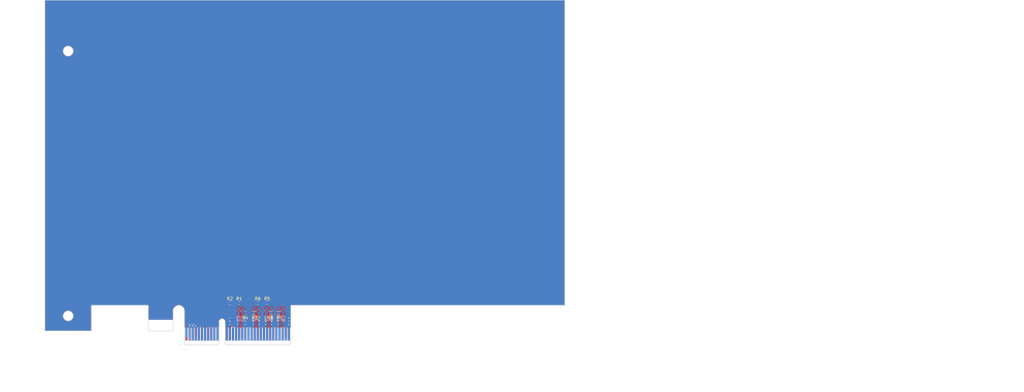
<source format=kicad_pcb>
(kicad_pcb (version 20171130) (host pcbnew 5.1.3-ffb9f22~84~ubuntu16.04.1)

  (general
    (thickness 1.6)
    (drawings 41)
    (tracks 113)
    (zones 0)
    (modules 18)
    (nets 47)
  )

  (page B)
  (title_block
    (title PCIexpress_x16_full)
    (company "Author: Luca Anastasio")
  )

  (layers
    (0 F.Cu power)
    (1 In1.Cu power)
    (2 In2.Cu power)
    (31 B.Cu power)
    (32 B.Adhes user)
    (33 F.Adhes user)
    (34 B.Paste user)
    (35 F.Paste user)
    (36 B.SilkS user)
    (37 F.SilkS user)
    (38 B.Mask user)
    (39 F.Mask user)
    (40 Dwgs.User user)
    (41 Cmts.User user)
    (42 Eco1.User user)
    (43 Eco2.User user)
    (44 Edge.Cuts user)
    (45 Margin user)
    (46 B.CrtYd user)
    (47 F.CrtYd user)
    (48 B.Fab user)
    (49 F.Fab user)
  )

  (setup
    (last_trace_width 0.0889)
    (user_trace_width 0.0889)
    (user_trace_width 0.127)
    (user_trace_width 0.2)
    (trace_clearance 0.0889)
    (zone_clearance 0.508)
    (zone_45_only no)
    (trace_min 0.0889)
    (via_size 0.45)
    (via_drill 0.2)
    (via_min_size 0.45)
    (via_min_drill 0.2)
    (user_via 0.45 0.2)
    (user_via 0.5 0.25)
    (user_via 0.55 0.3)
    (uvia_size 0.3)
    (uvia_drill 0.1)
    (uvias_allowed no)
    (uvia_min_size 0.2)
    (uvia_min_drill 0.1)
    (edge_width 0.05)
    (segment_width 0.2)
    (pcb_text_width 0.3)
    (pcb_text_size 1.5 1.5)
    (mod_edge_width 0.12)
    (mod_text_size 1 1)
    (mod_text_width 0.15)
    (pad_size 1.524 1.524)
    (pad_drill 0.762)
    (pad_to_mask_clearance 0.051)
    (solder_mask_min_width 0.25)
    (aux_axis_origin 109.625 194.125)
    (grid_origin 109.625 194.125)
    (visible_elements FFFDFFFF)
    (pcbplotparams
      (layerselection 0x010fc_ffffffff)
      (usegerberextensions false)
      (usegerberattributes false)
      (usegerberadvancedattributes false)
      (creategerberjobfile false)
      (excludeedgelayer true)
      (linewidth 0.100000)
      (plotframeref false)
      (viasonmask false)
      (mode 1)
      (useauxorigin false)
      (hpglpennumber 1)
      (hpglpenspeed 20)
      (hpglpendiameter 15.000000)
      (psnegative false)
      (psa4output false)
      (plotreference true)
      (plotvalue true)
      (plotinvisibletext false)
      (padsonsilk false)
      (subtractmaskfromsilk false)
      (outputformat 1)
      (mirror false)
      (drillshape 1)
      (scaleselection 1)
      (outputdirectory ""))
  )

  (net 0 "")
  (net 1 GND)
  (net 2 "Net-(J2-PadA32)")
  (net 3 "Net-(J2-PadA19)")
  (net 4 +12V)
  (net 5 +3V3)
  (net 6 +3.3VA)
  (net 7 "Net-(J2-PadB12)")
  (net 8 "Net-(J2-PadB30)")
  (net 9 /PER0_P)
  (net 10 /PER0_N)
  (net 11 /PER1_P)
  (net 12 /PER1_N)
  (net 13 /PER2_P)
  (net 14 /PER2_N)
  (net 15 /PER3_P)
  (net 16 /PER3_N)
  (net 17 /~PRSNT2x4)
  (net 18 /PET3_N)
  (net 19 /PET3_P)
  (net 20 /PET2_N)
  (net 21 /PET2_P)
  (net 22 /PET1_N)
  (net 23 /PET1_P)
  (net 24 /SMCLK)
  (net 25 /SMDAT)
  (net 26 /~TRST)
  (net 27 /~WAKE)
  (net 28 /PET0_P)
  (net 29 /PET0_N)
  (net 30 /~PRSNT2x1)
  (net 31 /~PRSNT1)
  (net 32 /TCK)
  (net 33 /TDI)
  (net 34 /TDO)
  (net 35 /TMS)
  (net 36 /~PERST)
  (net 37 /REFCLK-)
  (net 38 /REFCLK+)
  (net 39 /PCIexpress_connector/_PER0_P)
  (net 40 /PCIexpress_connector/_PER0_N)
  (net 41 /PCIexpress_connector/_PER1_P)
  (net 42 /PCIexpress_connector/_PER1_N)
  (net 43 /PCIexpress_connector/_PER2_P)
  (net 44 /PCIexpress_connector/_PER2_N)
  (net 45 /PCIexpress_connector/_PER3_P)
  (net 46 /PCIexpress_connector/_PER3_N)

  (net_class Default "This is the default net class."
    (clearance 0.0889)
    (trace_width 0.0889)
    (via_dia 0.45)
    (via_drill 0.2)
    (uvia_dia 0.3)
    (uvia_drill 0.1)
    (diff_pair_width 0.2)
    (diff_pair_gap 0.2)
    (add_net +12V)
    (add_net +3.3VA)
    (add_net +3V3)
    (add_net /SMCLK)
    (add_net /SMDAT)
    (add_net /TCK)
    (add_net /TDI)
    (add_net /TDO)
    (add_net /TMS)
    (add_net /~PERST)
    (add_net /~PRSNT1)
    (add_net /~PRSNT2x1)
    (add_net /~PRSNT2x4)
    (add_net /~TRST)
    (add_net /~WAKE)
    (add_net GND)
    (add_net "Net-(J2-PadA19)")
    (add_net "Net-(J2-PadA32)")
    (add_net "Net-(J2-PadB12)")
    (add_net "Net-(J2-PadB30)")
  )

  (net_class Diff-100-PCIe ""
    (clearance 0.2)
    (trace_width 0.0889)
    (via_dia 0.45)
    (via_drill 0.2)
    (uvia_dia 0.3)
    (uvia_drill 0.1)
    (diff_pair_width 0.2)
    (diff_pair_gap 0.2)
    (add_net /PCIexpress_connector/_PER0_N)
    (add_net /PCIexpress_connector/_PER0_P)
    (add_net /PCIexpress_connector/_PER1_N)
    (add_net /PCIexpress_connector/_PER1_P)
    (add_net /PCIexpress_connector/_PER2_N)
    (add_net /PCIexpress_connector/_PER2_P)
    (add_net /PCIexpress_connector/_PER3_N)
    (add_net /PCIexpress_connector/_PER3_P)
    (add_net /PER0_N)
    (add_net /PER0_P)
    (add_net /PER1_N)
    (add_net /PER1_P)
    (add_net /PER2_N)
    (add_net /PER2_P)
    (add_net /PER3_N)
    (add_net /PER3_P)
    (add_net /PET0_N)
    (add_net /PET0_P)
    (add_net /PET1_N)
    (add_net /PET1_P)
    (add_net /PET2_N)
    (add_net /PET2_P)
    (add_net /PET3_N)
    (add_net /PET3_P)
    (add_net /REFCLK+)
    (add_net /REFCLK-)
  )

  (net_class JLC2313-100d-3.5 ""
    (clearance 0.1)
    (trace_width 0.0889)
    (via_dia 0.45)
    (via_drill 0.2)
    (uvia_dia 0.3)
    (uvia_drill 0.1)
    (diff_pair_width 0.0889)
    (diff_pair_gap 0.1016)
  )

  (net_class JLC2313-100d-4 ""
    (clearance 0.1)
    (trace_width 0.0889)
    (via_dia 0.45)
    (via_drill 0.2)
    (uvia_dia 0.3)
    (uvia_drill 0.1)
    (diff_pair_width 0.1016)
    (diff_pair_gap 0.127)
  )

  (net_class JLC7628-100d-8 ""
    (clearance 0.2)
    (trace_width 0.0889)
    (via_dia 0.45)
    (via_drill 0.2)
    (uvia_dia 0.3)
    (uvia_drill 0.1)
    (diff_pair_width 0.2032)
    (diff_pair_gap 0.2032)
  )

  (module PCIexpress:PCIexpress_x4 (layer F.Cu) (tedit 5D338A2E) (tstamp 5D4F2CAB)
    (at 109.625 194.125)
    (descr "PCIexpress x4 footprint")
    (tags PCIexpress)
    (path /5D508B15/5D51070F)
    (attr virtual)
    (fp_text reference J2 (at 0 -19.75) (layer F.SilkS) hide
      (effects (font (size 1 1) (thickness 0.15)))
    )
    (fp_text value PCIexpress_x4 (at 0 -23) (layer F.Fab)
      (effects (font (size 1 1) (thickness 0.15)))
    )
    (fp_circle (center 261.77 -106.13) (end 263.37 -106.13) (layer Dwgs.User) (width 0.12))
    (fp_circle (center 261.77 -16.6) (end 263.37 -16.6) (layer Dwgs.User) (width 0.12))
    (fp_line (start 261.77 -99.7) (end 261.77 -22.9) (layer Dwgs.User) (width 0.12))
    (fp_line (start 256.65 -99.7) (end 261.77 -99.7) (layer Dwgs.User) (width 0.12))
    (fp_line (start 256.65 -22.9) (end 261.77 -22.9) (layer Dwgs.User) (width 0.12))
    (fp_line (start 256.65 -13.75) (end 256.65 -22.9) (layer Dwgs.User) (width 0.12))
    (fp_line (start 122.5 -13.75) (end 256.65 -13.75) (layer Dwgs.User) (width 0.12))
    (fp_line (start 256.65 -108.15) (end 256.65 -99.7) (layer Dwgs.User) (width 0.12))
    (fp_line (start 122.5 -108.15) (end 256.65 -108.15) (layer Dwgs.User) (width 0.12))
    (fp_line (start 107.5 -15) (end 108 -14.5) (layer Cmts.User) (width 0.12))
    (fp_line (start 107.5 -15) (end 107 -14.5) (layer Cmts.User) (width 0.12))
    (fp_line (start 107.5 -10) (end 107.5 -15) (layer Cmts.User) (width 0.12))
    (fp_text user "Keep out components and traces component side" (at 107.75 -9 180) (layer Cmts.User)
      (effects (font (size 1 1) (thickness 0.15)))
    )
    (fp_line (start 110.3 -16.1) (end 110.3 -13.75) (layer Dwgs.User) (width 0.12))
    (fp_line (start 105.05 -16.1) (end 110.3 -16.1) (layer Dwgs.User) (width 0.12))
    (fp_line (start 105.05 -14.1) (end 105.05 -16.1) (layer Dwgs.User) (width 0.12))
    (fp_line (start 96.9 -14.1) (end 105.05 -14.1) (layer Dwgs.User) (width 0.12))
    (fp_line (start 96.9 -14.1) (end 96.9 -13.75) (layer Dwgs.User) (width 0.12))
    (fp_text user "Max component height: solder side 2,67mm component side 14,49mm" (at 40 -44.25) (layer Cmts.User)
      (effects (font (size 2 2) (thickness 0.25)))
    )
    (fp_text user "Keep out components and traces solder side" (at -42.25 -77.5 180) (layer Cmts.User)
      (effects (font (size 1 1) (thickness 0.15)))
    )
    (fp_line (start -40.07 -13.75) (end -40.07 -89.7) (layer Dwgs.User) (width 0.12))
    (fp_text user "Keep out components and traces both sides" (at 120 -87.75 90) (layer Cmts.User)
      (effects (font (size 1 1) (thickness 0.15)))
    )
    (fp_line (start 117.42 -108.15) (end 117.42 -13.75) (layer Dwgs.User) (width 0.12))
    (fp_line (start -32.45 -110.15) (end -32.45 -89.7) (layer Dwgs.User) (width 0.12))
    (fp_line (start -45.15 -89.7) (end -32.45 -89.7) (layer Dwgs.User) (width 0.12))
    (fp_line (start -32.45 -67.9) (end 121.5 -67.9) (layer Dwgs.User) (width 0.12))
    (fp_text user "Keep out components and traces both sides" (at 121.893243 -40.134926 90) (layer Cmts.User)
      (effects (font (size 1 1) (thickness 0.15)))
    )
    (fp_text user "Keep out components and traces solder side" (at -44.75 -36 90) (layer Cmts.User)
      (effects (font (size 1 1) (thickness 0.15)))
    )
    (fp_line (start -44.15 -58.5) (end -44.15 -13.75) (layer Dwgs.User) (width 0.12))
    (fp_line (start 121.5 -67.9) (end 121.5 -13.75) (layer Dwgs.User) (width 0.12))
    (fp_line (start 92 -108.15) (end 117.42 -108.15) (layer Dwgs.User) (width 0.12))
    (fp_line (start 92 -110.15) (end 92 -108.15) (layer Dwgs.User) (width 0.12))
    (fp_line (start 34.15 -13.75) (end 121.5 -13.75) (layer Dwgs.User) (width 0.12))
    (fp_line (start -32.45 -110.15) (end 92 -110.15) (layer Dwgs.User) (width 0.12))
    (fp_line (start -32.45 -58.5) (end -32.45 -67.9) (layer Dwgs.User) (width 0.12))
    (fp_line (start -45.15 -58.5) (end -32.45 -58.5) (layer Dwgs.User) (width 0.12))
    (fp_text user "Keep out components and traces both sides" (at -21.75 -12) (layer Cmts.User)
      (effects (font (size 1 1) (thickness 0.15)))
    )
    (fp_line (start 34.15 -12.75) (end 34.15 -13.75) (layer Dwgs.User) (width 0.12))
    (fp_line (start -0.15 -13.75) (end -45.15 -13.75) (layer Dwgs.User) (width 0.12))
    (fp_line (start -0.15 -10.925) (end -0.15 -13.75) (layer Dwgs.User) (width 0.12))
    (fp_text user "Full length max" (at 269 -74 90) (layer Cmts.User)
      (effects (font (size 2 2) (thickness 0.25)))
    )
    (fp_line (start 266.85 -111.15) (end 266.8527 -12.75) (layer Dwgs.User) (width 0.12))
    (fp_line (start 122.5 -111.15) (end 266.85 -111.15) (layer Dwgs.User) (width 0.12))
    (fp_line (start 122.5027 -12.75) (end 266.8527 -12.75) (layer Dwgs.User) (width 0.12))
    (fp_circle (center -37.65 -94.75) (end -36.05 -94.75) (layer Dwgs.User) (width 0.12))
    (fp_circle (center -37.65 -63.25) (end -36.05 -63.25) (layer Dwgs.User) (width 0.12))
    (fp_poly (pts (xy -11.8 -4.5) (xy -11.8 -8) (xy -3.8 -8) (xy -3.8 -4.5)) (layer B.Mask) (width 0))
    (fp_poly (pts (xy -11.8 -4.5) (xy -11.8 -8) (xy -3.8 -8) (xy -3.8 -4.5)) (layer F.Mask) (width 0))
    (fp_text user "Keep Out Cu" (at -7.75 -3.5) (layer Cmts.User)
      (effects (font (size 1 1) (thickness 0.15)))
    )
    (fp_line (start -11.8 -8) (end -3.8 -8) (layer Dwgs.User) (width 0.12))
    (fp_circle (center -37.65 -9.35) (end -36.05 -9.35) (layer Dwgs.User) (width 0.12))
    (fp_text user "Half length max" (at 124.5 -72.25 90) (layer Cmts.User)
      (effects (font (size 2 2) (thickness 0.25)))
    )
    (fp_text user "Full height max" (at 36.75 -108.25) (layer Cmts.User)
      (effects (font (size 2 2) (thickness 0.25)))
    )
    (fp_text user "Low profile max height" (at 39.25 -71) (layer Cmts.User)
      (effects (font (size 2 2) (thickness 0.25)))
    )
    (fp_line (start -45.15 -68.9) (end 122.5 -68.9) (layer Dwgs.User) (width 0.12))
    (fp_line (start -45.15 -111.15) (end -45.15 -4.5) (layer Dwgs.User) (width 0.12))
    (fp_line (start 122.5 -111.15) (end 122.5 -12.75) (layer Dwgs.User) (width 0.12))
    (fp_line (start -45.15 -111.15) (end 122.5 -111.15) (layer Dwgs.User) (width 0.12))
    (fp_line (start 34.15 -12.75) (end 122.5027 -12.75) (layer Dwgs.User) (width 0.12))
    (fp_line (start -30.15 -4.5) (end -45.15 -4.5) (layer Dwgs.User) (width 0.12))
    (fp_line (start -30.15 -4.5) (end -30.15 -12.75) (layer Dwgs.User) (width 0.12))
    (fp_line (start -30.15 -12.75) (end -11.8 -12.75) (layer Dwgs.User) (width 0.12))
    (fp_line (start -11.8 -4.5) (end -11.8 -12.75) (layer Dwgs.User) (width 0.12))
    (fp_line (start -3.8 -4.5) (end -3.8 -10.925) (layer Dwgs.User) (width 0.12))
    (fp_line (start -11.8 -4.5) (end -3.8 -4.5) (layer Dwgs.User) (width 0.12))
    (fp_arc (start -1.975 -10.925) (end -0.15 -10.925) (angle -180) (layer Dwgs.User) (width 0.12))
    (fp_poly (pts (xy -0.25 -5.5) (xy 34.25 -5.5) (xy 34.25 0) (xy -0.25 0)) (layer B.Mask) (width 0.2))
    (fp_poly (pts (xy -0.25 -5.5) (xy 34.25 -5.5) (xy 34.25 0) (xy -0.25 0)) (layer F.Mask) (width 0.2))
    (fp_line (start 34.15 -0.5) (end 33.65 0) (layer Dwgs.User) (width 0.12))
    (fp_line (start -0.15 -0.5) (end 0.35 0) (layer Dwgs.User) (width 0.12))
    (fp_line (start 34.15 -0.5) (end 34.15 -12.75) (layer Dwgs.User) (width 0.12))
    (fp_line (start -0.15 -0.5) (end -0.15 -10.925) (layer Dwgs.User) (width 0.12))
    (fp_line (start 13.45 0) (end 33.65 0) (layer Dwgs.User) (width 0.12))
    (fp_line (start 12.95 -0.5) (end 13.45 0) (layer Dwgs.User) (width 0.12))
    (fp_line (start 11.05 -0.5) (end 10.55 0) (layer Dwgs.User) (width 0.12))
    (fp_arc (start 12 -7.45) (end 11.05 -7.45) (angle 180) (layer Dwgs.User) (width 0.12))
    (fp_line (start 12.95 -7.45) (end 12.95 -0.5) (layer Dwgs.User) (width 0.12))
    (fp_line (start 11.05 -7.45) (end 11.05 -0.5) (layer Dwgs.User) (width 0.12))
    (fp_line (start 0.35 0) (end 10.55 0) (layer Dwgs.User) (width 0.12))
    (fp_text user %R (at 0 -17.5) (layer F.Fab)
      (effects (font (size 1 1) (thickness 0.15)))
    )
    (fp_text user "Keep out components and traces both sides" (at 264.25 -65.25 90) (layer Cmts.User)
      (effects (font (size 1 1) (thickness 0.15)))
    )
    (pad A13 connect rect (at 14.5 -3.5) (size 0.7 4.2) (layers B.Cu)
      (net 38 /REFCLK+))
    (pad A12 connect rect (at 13.5 -3.5) (size 0.7 4.2) (layers B.Cu)
      (net 1 GND))
    (pad A18 connect rect (at 19.5 -3.5) (size 0.7 4.2) (layers B.Cu)
      (net 1 GND))
    (pad A17 connect rect (at 18.5 -3.5) (size 0.7 4.2) (layers B.Cu)
      (net 40 /PCIexpress_connector/_PER0_N))
    (pad A16 connect rect (at 17.5 -3.5) (size 0.7 4.2) (layers B.Cu)
      (net 39 /PCIexpress_connector/_PER0_P))
    (pad A15 connect rect (at 16.5 -3.5) (size 0.7 4.2) (layers B.Cu)
      (net 1 GND))
    (pad A14 connect rect (at 15.5 -3.5) (size 0.7 4.2) (layers B.Cu)
      (net 37 /REFCLK-))
    (pad A11 connect rect (at 10.5 -3.5) (size 0.7 4.2) (layers B.Cu)
      (net 36 /~PERST))
    (pad A10 connect rect (at 9.5 -3.5) (size 0.7 4.2) (layers B.Cu)
      (net 5 +3V3))
    (pad A9 connect rect (at 8.5 -3.5) (size 0.7 4.2) (layers B.Cu)
      (net 5 +3V3))
    (pad A8 connect rect (at 7.5 -3.5) (size 0.7 4.2) (layers B.Cu)
      (net 35 /TMS))
    (pad A7 connect rect (at 6.5 -3.5) (size 0.7 4.2) (layers B.Cu)
      (net 34 /TDO))
    (pad A6 connect rect (at 5.5 -3.5) (size 0.7 4.2) (layers B.Cu)
      (net 33 /TDI))
    (pad A5 connect rect (at 4.5 -3.5) (size 0.7 4.2) (layers B.Cu)
      (net 32 /TCK))
    (pad A4 connect rect (at 3.5 -3.5) (size 0.7 4.2) (layers B.Cu)
      (net 1 GND))
    (pad A3 connect rect (at 2.5 -3.5) (size 0.7 4.2) (layers B.Cu)
      (net 4 +12V))
    (pad A2 connect rect (at 1.5 -3.5) (size 0.7 4.2) (layers B.Cu)
      (net 4 +12V))
    (pad A1 connect rect (at 0.5 -4) (size 0.7 3.2) (layers B.Cu)
      (net 31 /~PRSNT1))
    (pad B13 connect rect (at 14.5 -3.5) (size 0.7 4.2) (layers F.Cu)
      (net 1 GND))
    (pad B12 connect rect (at 13.5 -3.5) (size 0.7 4.2) (layers F.Cu)
      (net 7 "Net-(J2-PadB12)"))
    (pad B18 connect rect (at 19.5 -3.5) (size 0.7 4.2) (layers F.Cu)
      (net 1 GND))
    (pad B17 connect rect (at 18.5 -4) (size 0.7 3.2) (layers F.Cu)
      (net 30 /~PRSNT2x1))
    (pad B16 connect rect (at 17.5 -3.5) (size 0.7 4.2) (layers F.Cu)
      (net 1 GND))
    (pad B15 connect rect (at 16.5 -3.5) (size 0.7 4.2) (layers F.Cu)
      (net 29 /PET0_N))
    (pad B14 connect rect (at 15.5 -3.5) (size 0.7 4.2) (layers F.Cu)
      (net 28 /PET0_P))
    (pad B11 connect rect (at 10.5 -3.5) (size 0.7 4.2) (layers F.Cu)
      (net 27 /~WAKE))
    (pad B10 connect rect (at 9.5 -3.5) (size 0.7 4.2) (layers F.Cu)
      (net 6 +3.3VA))
    (pad B9 connect rect (at 8.5 -3.5) (size 0.7 4.2) (layers F.Cu)
      (net 26 /~TRST))
    (pad B8 connect rect (at 7.5 -3.5) (size 0.7 4.2) (layers F.Cu)
      (net 5 +3V3))
    (pad B7 connect rect (at 6.5 -3.5) (size 0.7 4.2) (layers F.Cu)
      (net 1 GND))
    (pad B6 connect rect (at 5.5 -3.5) (size 0.7 4.2) (layers F.Cu)
      (net 25 /SMDAT))
    (pad B5 connect rect (at 4.5 -3.5) (size 0.7 4.2) (layers F.Cu)
      (net 24 /SMCLK))
    (pad B4 connect rect (at 3.5 -3.5) (size 0.7 4.2) (layers F.Cu)
      (net 1 GND))
    (pad B3 connect rect (at 2.5 -3.5) (size 0.7 4.2) (layers F.Cu)
      (net 4 +12V))
    (pad B2 connect rect (at 1.5 -3.5) (size 0.7 4.2) (layers F.Cu)
      (net 4 +12V))
    (pad B1 connect rect (at 0.5 -3.5) (size 0.7 4.2) (layers F.Cu)
      (net 4 +12V))
    (pad B19 connect rect (at 20.5 -3.5) (size 0.7 4.2) (layers F.Cu)
      (net 23 /PET1_P))
    (pad A19 connect rect (at 20.5 -3.5) (size 0.7 4.2) (layers B.Cu)
      (net 3 "Net-(J2-PadA19)"))
    (pad B20 connect rect (at 21.5 -3.5) (size 0.7 4.2) (layers F.Cu)
      (net 22 /PET1_N))
    (pad B21 connect rect (at 22.5 -3.5) (size 0.7 4.2) (layers F.Cu)
      (net 1 GND))
    (pad B22 connect rect (at 23.5 -3.5) (size 0.7 4.2) (layers F.Cu)
      (net 1 GND))
    (pad B23 connect rect (at 24.5 -3.5) (size 0.7 4.2) (layers F.Cu)
      (net 21 /PET2_P))
    (pad B24 connect rect (at 25.5 -3.5) (size 0.7 4.2) (layers F.Cu)
      (net 20 /PET2_N))
    (pad B25 connect rect (at 26.5 -3.5) (size 0.7 4.2) (layers F.Cu)
      (net 1 GND))
    (pad B26 connect rect (at 27.5 -3.5) (size 0.7 4.2) (layers F.Cu)
      (net 1 GND))
    (pad B27 connect rect (at 28.5 -3.5) (size 0.7 4.2) (layers F.Cu)
      (net 19 /PET3_P))
    (pad B28 connect rect (at 29.5 -3.5) (size 0.7 4.2) (layers F.Cu)
      (net 18 /PET3_N))
    (pad B29 connect rect (at 30.5 -3.5) (size 0.7 4.2) (layers F.Cu)
      (net 1 GND))
    (pad B30 connect rect (at 31.5 -3.5) (size 0.7 4.2) (layers F.Cu)
      (net 8 "Net-(J2-PadB30)"))
    (pad B31 connect rect (at 32.5 -4) (size 0.7 3.2) (layers F.Cu)
      (net 17 /~PRSNT2x4))
    (pad B32 connect rect (at 33.5 -3.5) (size 0.7 4.2) (layers F.Cu)
      (net 1 GND))
    (pad A20 connect rect (at 21.5 -3.5) (size 0.7 4.2) (layers B.Cu)
      (net 1 GND))
    (pad A21 connect rect (at 22.5 -3.5) (size 0.7 4.2) (layers B.Cu)
      (net 41 /PCIexpress_connector/_PER1_P))
    (pad A22 connect rect (at 23.5 -3.5) (size 0.7 4.2) (layers B.Cu)
      (net 42 /PCIexpress_connector/_PER1_N))
    (pad A23 connect rect (at 24.5 -3.5) (size 0.7 4.2) (layers B.Cu)
      (net 1 GND))
    (pad A24 connect rect (at 25.5 -3.5) (size 0.7 4.2) (layers B.Cu)
      (net 1 GND))
    (pad A25 connect rect (at 26.5 -3.5) (size 0.7 4.2) (layers B.Cu)
      (net 43 /PCIexpress_connector/_PER2_P))
    (pad A26 connect rect (at 27.5 -3.5) (size 0.7 4.2) (layers B.Cu)
      (net 44 /PCIexpress_connector/_PER2_N))
    (pad A27 connect rect (at 28.5 -3.5) (size 0.7 4.2) (layers B.Cu)
      (net 1 GND))
    (pad A28 connect rect (at 29.5 -3.5) (size 0.7 4.2) (layers B.Cu)
      (net 1 GND))
    (pad A29 connect rect (at 30.5 -3.5) (size 0.7 4.2) (layers B.Cu)
      (net 45 /PCIexpress_connector/_PER3_P))
    (pad A30 connect rect (at 31.5 -3.5) (size 0.7 4.2) (layers B.Cu)
      (net 46 /PCIexpress_connector/_PER3_N))
    (pad A31 connect rect (at 32.5 -3.5) (size 0.7 4.2) (layers B.Cu)
      (net 1 GND))
    (pad A32 connect rect (at 33.5 -3.5) (size 0.7 4.2) (layers B.Cu)
      (net 2 "Net-(J2-PadA32)"))
  )

  (module Resistor_SMD:R_0603_1608Metric (layer F.Cu) (tedit 5B301BBD) (tstamp 5D3B9F6E)
    (at 137.125 183.875 180)
    (descr "Resistor SMD 0603 (1608 Metric), square (rectangular) end terminal, IPC_7351 nominal, (Body size source: http://www.tortai-tech.com/upload/download/2011102023233369053.pdf), generated with kicad-footprint-generator")
    (tags resistor)
    (path /5D508B15/5D76CFC3/5D52E298)
    (attr smd)
    (fp_text reference R8 (at 0 -1.5) (layer F.SilkS)
      (effects (font (size 1 1) (thickness 0.15)))
    )
    (fp_text value 49.9 (at 0 1.43) (layer F.Fab)
      (effects (font (size 1 1) (thickness 0.15)))
    )
    (fp_text user %R (at 0 0) (layer F.Fab)
      (effects (font (size 0.4 0.4) (thickness 0.06)))
    )
    (fp_line (start 1.48 0.73) (end -1.48 0.73) (layer F.CrtYd) (width 0.05))
    (fp_line (start 1.48 -0.73) (end 1.48 0.73) (layer F.CrtYd) (width 0.05))
    (fp_line (start -1.48 -0.73) (end 1.48 -0.73) (layer F.CrtYd) (width 0.05))
    (fp_line (start -1.48 0.73) (end -1.48 -0.73) (layer F.CrtYd) (width 0.05))
    (fp_line (start -0.162779 0.51) (end 0.162779 0.51) (layer F.SilkS) (width 0.12))
    (fp_line (start -0.162779 -0.51) (end 0.162779 -0.51) (layer F.SilkS) (width 0.12))
    (fp_line (start 0.8 0.4) (end -0.8 0.4) (layer F.Fab) (width 0.1))
    (fp_line (start 0.8 -0.4) (end 0.8 0.4) (layer F.Fab) (width 0.1))
    (fp_line (start -0.8 -0.4) (end 0.8 -0.4) (layer F.Fab) (width 0.1))
    (fp_line (start -0.8 0.4) (end -0.8 -0.4) (layer F.Fab) (width 0.1))
    (pad 2 smd roundrect (at 0.7875 0 180) (size 0.875 0.95) (layers F.Cu F.Paste F.Mask) (roundrect_rratio 0.25)
      (net 1 GND))
    (pad 1 smd roundrect (at -0.7875 0 180) (size 0.875 0.95) (layers F.Cu F.Paste F.Mask) (roundrect_rratio 0.25)
      (net 19 /PET3_P))
    (model ${KISYS3DMOD}/Resistor_SMD.3dshapes/R_0603_1608Metric.wrl
      (at (xyz 0 0 0))
      (scale (xyz 1 1 1))
      (rotate (xyz 0 0 0))
    )
  )

  (module Resistor_SMD:R_0603_1608Metric (layer F.Cu) (tedit 5B301BBD) (tstamp 5D3B9F5D)
    (at 140.125 183.875)
    (descr "Resistor SMD 0603 (1608 Metric), square (rectangular) end terminal, IPC_7351 nominal, (Body size source: http://www.tortai-tech.com/upload/download/2011102023233369053.pdf), generated with kicad-footprint-generator")
    (tags resistor)
    (path /5D508B15/5D76CFC3/5D52DCBC)
    (attr smd)
    (fp_text reference R7 (at 0 1.5) (layer F.SilkS)
      (effects (font (size 1 1) (thickness 0.15)))
    )
    (fp_text value 49.9 (at 0 1.43) (layer F.Fab)
      (effects (font (size 1 1) (thickness 0.15)))
    )
    (fp_text user %R (at 0 0) (layer F.Fab)
      (effects (font (size 0.4 0.4) (thickness 0.06)))
    )
    (fp_line (start 1.48 0.73) (end -1.48 0.73) (layer F.CrtYd) (width 0.05))
    (fp_line (start 1.48 -0.73) (end 1.48 0.73) (layer F.CrtYd) (width 0.05))
    (fp_line (start -1.48 -0.73) (end 1.48 -0.73) (layer F.CrtYd) (width 0.05))
    (fp_line (start -1.48 0.73) (end -1.48 -0.73) (layer F.CrtYd) (width 0.05))
    (fp_line (start -0.162779 0.51) (end 0.162779 0.51) (layer F.SilkS) (width 0.12))
    (fp_line (start -0.162779 -0.51) (end 0.162779 -0.51) (layer F.SilkS) (width 0.12))
    (fp_line (start 0.8 0.4) (end -0.8 0.4) (layer F.Fab) (width 0.1))
    (fp_line (start 0.8 -0.4) (end 0.8 0.4) (layer F.Fab) (width 0.1))
    (fp_line (start -0.8 -0.4) (end 0.8 -0.4) (layer F.Fab) (width 0.1))
    (fp_line (start -0.8 0.4) (end -0.8 -0.4) (layer F.Fab) (width 0.1))
    (pad 2 smd roundrect (at 0.7875 0) (size 0.875 0.95) (layers F.Cu F.Paste F.Mask) (roundrect_rratio 0.25)
      (net 1 GND))
    (pad 1 smd roundrect (at -0.7875 0) (size 0.875 0.95) (layers F.Cu F.Paste F.Mask) (roundrect_rratio 0.25)
      (net 18 /PET3_N))
    (model ${KISYS3DMOD}/Resistor_SMD.3dshapes/R_0603_1608Metric.wrl
      (at (xyz 0 0 0))
      (scale (xyz 1 1 1))
      (rotate (xyz 0 0 0))
    )
  )

  (module Resistor_SMD:R_0603_1608Metric (layer F.Cu) (tedit 5B301BBD) (tstamp 5D3B9F4C)
    (at 133.125 180.625 180)
    (descr "Resistor SMD 0603 (1608 Metric), square (rectangular) end terminal, IPC_7351 nominal, (Body size source: http://www.tortai-tech.com/upload/download/2011102023233369053.pdf), generated with kicad-footprint-generator")
    (tags resistor)
    (path /5D508B15/5D761049/5D52E298)
    (attr smd)
    (fp_text reference R6 (at 0 1.375) (layer F.SilkS)
      (effects (font (size 1 1) (thickness 0.15)))
    )
    (fp_text value 49.9 (at 0 1.43) (layer F.Fab)
      (effects (font (size 1 1) (thickness 0.15)))
    )
    (fp_text user %R (at 0 0) (layer F.Fab)
      (effects (font (size 0.4 0.4) (thickness 0.06)))
    )
    (fp_line (start 1.48 0.73) (end -1.48 0.73) (layer F.CrtYd) (width 0.05))
    (fp_line (start 1.48 -0.73) (end 1.48 0.73) (layer F.CrtYd) (width 0.05))
    (fp_line (start -1.48 -0.73) (end 1.48 -0.73) (layer F.CrtYd) (width 0.05))
    (fp_line (start -1.48 0.73) (end -1.48 -0.73) (layer F.CrtYd) (width 0.05))
    (fp_line (start -0.162779 0.51) (end 0.162779 0.51) (layer F.SilkS) (width 0.12))
    (fp_line (start -0.162779 -0.51) (end 0.162779 -0.51) (layer F.SilkS) (width 0.12))
    (fp_line (start 0.8 0.4) (end -0.8 0.4) (layer F.Fab) (width 0.1))
    (fp_line (start 0.8 -0.4) (end 0.8 0.4) (layer F.Fab) (width 0.1))
    (fp_line (start -0.8 -0.4) (end 0.8 -0.4) (layer F.Fab) (width 0.1))
    (fp_line (start -0.8 0.4) (end -0.8 -0.4) (layer F.Fab) (width 0.1))
    (pad 2 smd roundrect (at 0.7875 0 180) (size 0.875 0.95) (layers F.Cu F.Paste F.Mask) (roundrect_rratio 0.25)
      (net 1 GND))
    (pad 1 smd roundrect (at -0.7875 0 180) (size 0.875 0.95) (layers F.Cu F.Paste F.Mask) (roundrect_rratio 0.25)
      (net 21 /PET2_P))
    (model ${KISYS3DMOD}/Resistor_SMD.3dshapes/R_0603_1608Metric.wrl
      (at (xyz 0 0 0))
      (scale (xyz 1 1 1))
      (rotate (xyz 0 0 0))
    )
  )

  (module Resistor_SMD:R_0603_1608Metric (layer F.Cu) (tedit 5B301BBD) (tstamp 5D3B9F3B)
    (at 136.125 180.625)
    (descr "Resistor SMD 0603 (1608 Metric), square (rectangular) end terminal, IPC_7351 nominal, (Body size source: http://www.tortai-tech.com/upload/download/2011102023233369053.pdf), generated with kicad-footprint-generator")
    (tags resistor)
    (path /5D508B15/5D761049/5D52DCBC)
    (attr smd)
    (fp_text reference R5 (at 0 -1.375) (layer F.SilkS)
      (effects (font (size 1 1) (thickness 0.15)))
    )
    (fp_text value 49.9 (at 0 1.43) (layer F.Fab)
      (effects (font (size 1 1) (thickness 0.15)))
    )
    (fp_text user %R (at 0 0) (layer F.Fab)
      (effects (font (size 0.4 0.4) (thickness 0.06)))
    )
    (fp_line (start 1.48 0.73) (end -1.48 0.73) (layer F.CrtYd) (width 0.05))
    (fp_line (start 1.48 -0.73) (end 1.48 0.73) (layer F.CrtYd) (width 0.05))
    (fp_line (start -1.48 -0.73) (end 1.48 -0.73) (layer F.CrtYd) (width 0.05))
    (fp_line (start -1.48 0.73) (end -1.48 -0.73) (layer F.CrtYd) (width 0.05))
    (fp_line (start -0.162779 0.51) (end 0.162779 0.51) (layer F.SilkS) (width 0.12))
    (fp_line (start -0.162779 -0.51) (end 0.162779 -0.51) (layer F.SilkS) (width 0.12))
    (fp_line (start 0.8 0.4) (end -0.8 0.4) (layer F.Fab) (width 0.1))
    (fp_line (start 0.8 -0.4) (end 0.8 0.4) (layer F.Fab) (width 0.1))
    (fp_line (start -0.8 -0.4) (end 0.8 -0.4) (layer F.Fab) (width 0.1))
    (fp_line (start -0.8 0.4) (end -0.8 -0.4) (layer F.Fab) (width 0.1))
    (pad 2 smd roundrect (at 0.7875 0) (size 0.875 0.95) (layers F.Cu F.Paste F.Mask) (roundrect_rratio 0.25)
      (net 1 GND))
    (pad 1 smd roundrect (at -0.7875 0) (size 0.875 0.95) (layers F.Cu F.Paste F.Mask) (roundrect_rratio 0.25)
      (net 20 /PET2_N))
    (model ${KISYS3DMOD}/Resistor_SMD.3dshapes/R_0603_1608Metric.wrl
      (at (xyz 0 0 0))
      (scale (xyz 1 1 1))
      (rotate (xyz 0 0 0))
    )
  )

  (module Resistor_SMD:R_0603_1608Metric (layer F.Cu) (tedit 5B301BBD) (tstamp 5D3C3012)
    (at 129.125 183.875 180)
    (descr "Resistor SMD 0603 (1608 Metric), square (rectangular) end terminal, IPC_7351 nominal, (Body size source: http://www.tortai-tech.com/upload/download/2011102023233369053.pdf), generated with kicad-footprint-generator")
    (tags resistor)
    (path /5D508B15/5D5DF906/5D52E298)
    (attr smd)
    (fp_text reference R4 (at 0 -1.5) (layer F.SilkS)
      (effects (font (size 1 1) (thickness 0.15)))
    )
    (fp_text value 49.9 (at 0 1.43) (layer F.Fab)
      (effects (font (size 1 1) (thickness 0.15)))
    )
    (fp_text user %R (at 0 0) (layer F.Fab)
      (effects (font (size 0.4 0.4) (thickness 0.06)))
    )
    (fp_line (start 1.48 0.73) (end -1.48 0.73) (layer F.CrtYd) (width 0.05))
    (fp_line (start 1.48 -0.73) (end 1.48 0.73) (layer F.CrtYd) (width 0.05))
    (fp_line (start -1.48 -0.73) (end 1.48 -0.73) (layer F.CrtYd) (width 0.05))
    (fp_line (start -1.48 0.73) (end -1.48 -0.73) (layer F.CrtYd) (width 0.05))
    (fp_line (start -0.162779 0.51) (end 0.162779 0.51) (layer F.SilkS) (width 0.12))
    (fp_line (start -0.162779 -0.51) (end 0.162779 -0.51) (layer F.SilkS) (width 0.12))
    (fp_line (start 0.8 0.4) (end -0.8 0.4) (layer F.Fab) (width 0.1))
    (fp_line (start 0.8 -0.4) (end 0.8 0.4) (layer F.Fab) (width 0.1))
    (fp_line (start -0.8 -0.4) (end 0.8 -0.4) (layer F.Fab) (width 0.1))
    (fp_line (start -0.8 0.4) (end -0.8 -0.4) (layer F.Fab) (width 0.1))
    (pad 2 smd roundrect (at 0.7875 0 180) (size 0.875 0.95) (layers F.Cu F.Paste F.Mask) (roundrect_rratio 0.25)
      (net 1 GND))
    (pad 1 smd roundrect (at -0.7875 0 180) (size 0.875 0.95) (layers F.Cu F.Paste F.Mask) (roundrect_rratio 0.25)
      (net 23 /PET1_P))
    (model ${KISYS3DMOD}/Resistor_SMD.3dshapes/R_0603_1608Metric.wrl
      (at (xyz 0 0 0))
      (scale (xyz 1 1 1))
      (rotate (xyz 0 0 0))
    )
  )

  (module Resistor_SMD:R_0603_1608Metric (layer F.Cu) (tedit 5B301BBD) (tstamp 5D3C42EE)
    (at 132.125 183.875)
    (descr "Resistor SMD 0603 (1608 Metric), square (rectangular) end terminal, IPC_7351 nominal, (Body size source: http://www.tortai-tech.com/upload/download/2011102023233369053.pdf), generated with kicad-footprint-generator")
    (tags resistor)
    (path /5D508B15/5D5DF906/5D52DCBC)
    (attr smd)
    (fp_text reference R3 (at 0 1.5) (layer F.SilkS)
      (effects (font (size 1 1) (thickness 0.15)))
    )
    (fp_text value 49.9 (at 0 1.43) (layer F.Fab)
      (effects (font (size 1 1) (thickness 0.15)))
    )
    (fp_text user %R (at 0 0) (layer F.Fab)
      (effects (font (size 0.4 0.4) (thickness 0.06)))
    )
    (fp_line (start 1.48 0.73) (end -1.48 0.73) (layer F.CrtYd) (width 0.05))
    (fp_line (start 1.48 -0.73) (end 1.48 0.73) (layer F.CrtYd) (width 0.05))
    (fp_line (start -1.48 -0.73) (end 1.48 -0.73) (layer F.CrtYd) (width 0.05))
    (fp_line (start -1.48 0.73) (end -1.48 -0.73) (layer F.CrtYd) (width 0.05))
    (fp_line (start -0.162779 0.51) (end 0.162779 0.51) (layer F.SilkS) (width 0.12))
    (fp_line (start -0.162779 -0.51) (end 0.162779 -0.51) (layer F.SilkS) (width 0.12))
    (fp_line (start 0.8 0.4) (end -0.8 0.4) (layer F.Fab) (width 0.1))
    (fp_line (start 0.8 -0.4) (end 0.8 0.4) (layer F.Fab) (width 0.1))
    (fp_line (start -0.8 -0.4) (end 0.8 -0.4) (layer F.Fab) (width 0.1))
    (fp_line (start -0.8 0.4) (end -0.8 -0.4) (layer F.Fab) (width 0.1))
    (pad 2 smd roundrect (at 0.7875 0) (size 0.875 0.95) (layers F.Cu F.Paste F.Mask) (roundrect_rratio 0.25)
      (net 1 GND))
    (pad 1 smd roundrect (at -0.7875 0) (size 0.875 0.95) (layers F.Cu F.Paste F.Mask) (roundrect_rratio 0.25)
      (net 22 /PET1_N))
    (model ${KISYS3DMOD}/Resistor_SMD.3dshapes/R_0603_1608Metric.wrl
      (at (xyz 0 0 0))
      (scale (xyz 1 1 1))
      (rotate (xyz 0 0 0))
    )
  )

  (module Capacitor_SMD:C_0603_1608Metric (layer B.Cu) (tedit 5B301BBE) (tstamp 5D3B9AF4)
    (at 141.375 183.125 90)
    (descr "Capacitor SMD 0603 (1608 Metric), square (rectangular) end terminal, IPC_7351 nominal, (Body size source: http://www.tortai-tech.com/upload/download/2011102023233369053.pdf), generated with kicad-footprint-generator")
    (tags capacitor)
    (path /5D508B15/5DBB44A0/5DAB685F)
    (attr smd)
    (fp_text reference C8 (at -2.5 0 90) (layer B.SilkS)
      (effects (font (size 1 1) (thickness 0.15)) (justify mirror))
    )
    (fp_text value 100n (at 0 -1.43 90) (layer B.Fab)
      (effects (font (size 1 1) (thickness 0.15)) (justify mirror))
    )
    (fp_text user %R (at 0 0 90) (layer B.Fab)
      (effects (font (size 0.4 0.4) (thickness 0.06)) (justify mirror))
    )
    (fp_line (start 1.48 -0.73) (end -1.48 -0.73) (layer B.CrtYd) (width 0.05))
    (fp_line (start 1.48 0.73) (end 1.48 -0.73) (layer B.CrtYd) (width 0.05))
    (fp_line (start -1.48 0.73) (end 1.48 0.73) (layer B.CrtYd) (width 0.05))
    (fp_line (start -1.48 -0.73) (end -1.48 0.73) (layer B.CrtYd) (width 0.05))
    (fp_line (start -0.162779 -0.51) (end 0.162779 -0.51) (layer B.SilkS) (width 0.12))
    (fp_line (start -0.162779 0.51) (end 0.162779 0.51) (layer B.SilkS) (width 0.12))
    (fp_line (start 0.8 -0.4) (end -0.8 -0.4) (layer B.Fab) (width 0.1))
    (fp_line (start 0.8 0.4) (end 0.8 -0.4) (layer B.Fab) (width 0.1))
    (fp_line (start -0.8 0.4) (end 0.8 0.4) (layer B.Fab) (width 0.1))
    (fp_line (start -0.8 -0.4) (end -0.8 0.4) (layer B.Fab) (width 0.1))
    (pad 2 smd roundrect (at 0.7875 0 90) (size 0.875 0.95) (layers B.Cu B.Paste B.Mask) (roundrect_rratio 0.25)
      (net 16 /PER3_N))
    (pad 1 smd roundrect (at -0.7875 0 90) (size 0.875 0.95) (layers B.Cu B.Paste B.Mask) (roundrect_rratio 0.25)
      (net 46 /PCIexpress_connector/_PER3_N))
    (model ${KISYS3DMOD}/Capacitor_SMD.3dshapes/C_0603_1608Metric.wrl
      (at (xyz 0 0 0))
      (scale (xyz 1 1 1))
      (rotate (xyz 0 0 0))
    )
  )

  (module Capacitor_SMD:C_0603_1608Metric (layer B.Cu) (tedit 5B301BBE) (tstamp 5D3B9AE3)
    (at 139.875 183.125 270)
    (descr "Capacitor SMD 0603 (1608 Metric), square (rectangular) end terminal, IPC_7351 nominal, (Body size source: http://www.tortai-tech.com/upload/download/2011102023233369053.pdf), generated with kicad-footprint-generator")
    (tags capacitor)
    (path /5D508B15/5DBB44A0/5DAB6859)
    (attr smd)
    (fp_text reference C7 (at 2.5 0 90) (layer B.SilkS)
      (effects (font (size 1 1) (thickness 0.15)) (justify mirror))
    )
    (fp_text value 100n (at 0 -1.43 90) (layer B.Fab)
      (effects (font (size 1 1) (thickness 0.15)) (justify mirror))
    )
    (fp_text user %R (at 0 0 90) (layer B.Fab)
      (effects (font (size 0.4 0.4) (thickness 0.06)) (justify mirror))
    )
    (fp_line (start 1.48 -0.73) (end -1.48 -0.73) (layer B.CrtYd) (width 0.05))
    (fp_line (start 1.48 0.73) (end 1.48 -0.73) (layer B.CrtYd) (width 0.05))
    (fp_line (start -1.48 0.73) (end 1.48 0.73) (layer B.CrtYd) (width 0.05))
    (fp_line (start -1.48 -0.73) (end -1.48 0.73) (layer B.CrtYd) (width 0.05))
    (fp_line (start -0.162779 -0.51) (end 0.162779 -0.51) (layer B.SilkS) (width 0.12))
    (fp_line (start -0.162779 0.51) (end 0.162779 0.51) (layer B.SilkS) (width 0.12))
    (fp_line (start 0.8 -0.4) (end -0.8 -0.4) (layer B.Fab) (width 0.1))
    (fp_line (start 0.8 0.4) (end 0.8 -0.4) (layer B.Fab) (width 0.1))
    (fp_line (start -0.8 0.4) (end 0.8 0.4) (layer B.Fab) (width 0.1))
    (fp_line (start -0.8 -0.4) (end -0.8 0.4) (layer B.Fab) (width 0.1))
    (pad 2 smd roundrect (at 0.7875 0 270) (size 0.875 0.95) (layers B.Cu B.Paste B.Mask) (roundrect_rratio 0.25)
      (net 45 /PCIexpress_connector/_PER3_P))
    (pad 1 smd roundrect (at -0.7875 0 270) (size 0.875 0.95) (layers B.Cu B.Paste B.Mask) (roundrect_rratio 0.25)
      (net 15 /PER3_P))
    (model ${KISYS3DMOD}/Capacitor_SMD.3dshapes/C_0603_1608Metric.wrl
      (at (xyz 0 0 0))
      (scale (xyz 1 1 1))
      (rotate (xyz 0 0 0))
    )
  )

  (module Capacitor_SMD:C_0603_1608Metric (layer B.Cu) (tedit 5B301BBE) (tstamp 5D3B9AD2)
    (at 137.375 183.125 90)
    (descr "Capacitor SMD 0603 (1608 Metric), square (rectangular) end terminal, IPC_7351 nominal, (Body size source: http://www.tortai-tech.com/upload/download/2011102023233369053.pdf), generated with kicad-footprint-generator")
    (tags capacitor)
    (path /5D508B15/5DBA1257/5DAB685F)
    (attr smd)
    (fp_text reference C6 (at -2.5 0 90) (layer B.SilkS)
      (effects (font (size 1 1) (thickness 0.15)) (justify mirror))
    )
    (fp_text value 100n (at 0 -1.43 90) (layer B.Fab)
      (effects (font (size 1 1) (thickness 0.15)) (justify mirror))
    )
    (fp_text user %R (at 0 0 90) (layer B.Fab)
      (effects (font (size 0.4 0.4) (thickness 0.06)) (justify mirror))
    )
    (fp_line (start 1.48 -0.73) (end -1.48 -0.73) (layer B.CrtYd) (width 0.05))
    (fp_line (start 1.48 0.73) (end 1.48 -0.73) (layer B.CrtYd) (width 0.05))
    (fp_line (start -1.48 0.73) (end 1.48 0.73) (layer B.CrtYd) (width 0.05))
    (fp_line (start -1.48 -0.73) (end -1.48 0.73) (layer B.CrtYd) (width 0.05))
    (fp_line (start -0.162779 -0.51) (end 0.162779 -0.51) (layer B.SilkS) (width 0.12))
    (fp_line (start -0.162779 0.51) (end 0.162779 0.51) (layer B.SilkS) (width 0.12))
    (fp_line (start 0.8 -0.4) (end -0.8 -0.4) (layer B.Fab) (width 0.1))
    (fp_line (start 0.8 0.4) (end 0.8 -0.4) (layer B.Fab) (width 0.1))
    (fp_line (start -0.8 0.4) (end 0.8 0.4) (layer B.Fab) (width 0.1))
    (fp_line (start -0.8 -0.4) (end -0.8 0.4) (layer B.Fab) (width 0.1))
    (pad 2 smd roundrect (at 0.7875 0 90) (size 0.875 0.95) (layers B.Cu B.Paste B.Mask) (roundrect_rratio 0.25)
      (net 14 /PER2_N))
    (pad 1 smd roundrect (at -0.7875 0 90) (size 0.875 0.95) (layers B.Cu B.Paste B.Mask) (roundrect_rratio 0.25)
      (net 44 /PCIexpress_connector/_PER2_N))
    (model ${KISYS3DMOD}/Capacitor_SMD.3dshapes/C_0603_1608Metric.wrl
      (at (xyz 0 0 0))
      (scale (xyz 1 1 1))
      (rotate (xyz 0 0 0))
    )
  )

  (module Capacitor_SMD:C_0603_1608Metric (layer B.Cu) (tedit 5B301BBE) (tstamp 5D3B9AC1)
    (at 135.875 183.125 270)
    (descr "Capacitor SMD 0603 (1608 Metric), square (rectangular) end terminal, IPC_7351 nominal, (Body size source: http://www.tortai-tech.com/upload/download/2011102023233369053.pdf), generated with kicad-footprint-generator")
    (tags capacitor)
    (path /5D508B15/5DBA1257/5DAB6859)
    (attr smd)
    (fp_text reference C5 (at 2.5 0 90) (layer B.SilkS)
      (effects (font (size 1 1) (thickness 0.15)) (justify mirror))
    )
    (fp_text value 100n (at 0 -1.43 90) (layer B.Fab)
      (effects (font (size 1 1) (thickness 0.15)) (justify mirror))
    )
    (fp_text user %R (at 0 0 90) (layer B.Fab)
      (effects (font (size 0.4 0.4) (thickness 0.06)) (justify mirror))
    )
    (fp_line (start 1.48 -0.73) (end -1.48 -0.73) (layer B.CrtYd) (width 0.05))
    (fp_line (start 1.48 0.73) (end 1.48 -0.73) (layer B.CrtYd) (width 0.05))
    (fp_line (start -1.48 0.73) (end 1.48 0.73) (layer B.CrtYd) (width 0.05))
    (fp_line (start -1.48 -0.73) (end -1.48 0.73) (layer B.CrtYd) (width 0.05))
    (fp_line (start -0.162779 -0.51) (end 0.162779 -0.51) (layer B.SilkS) (width 0.12))
    (fp_line (start -0.162779 0.51) (end 0.162779 0.51) (layer B.SilkS) (width 0.12))
    (fp_line (start 0.8 -0.4) (end -0.8 -0.4) (layer B.Fab) (width 0.1))
    (fp_line (start 0.8 0.4) (end 0.8 -0.4) (layer B.Fab) (width 0.1))
    (fp_line (start -0.8 0.4) (end 0.8 0.4) (layer B.Fab) (width 0.1))
    (fp_line (start -0.8 -0.4) (end -0.8 0.4) (layer B.Fab) (width 0.1))
    (pad 2 smd roundrect (at 0.7875 0 270) (size 0.875 0.95) (layers B.Cu B.Paste B.Mask) (roundrect_rratio 0.25)
      (net 43 /PCIexpress_connector/_PER2_P))
    (pad 1 smd roundrect (at -0.7875 0 270) (size 0.875 0.95) (layers B.Cu B.Paste B.Mask) (roundrect_rratio 0.25)
      (net 13 /PER2_P))
    (model ${KISYS3DMOD}/Capacitor_SMD.3dshapes/C_0603_1608Metric.wrl
      (at (xyz 0 0 0))
      (scale (xyz 1 1 1))
      (rotate (xyz 0 0 0))
    )
  )

  (module Capacitor_SMD:C_0603_1608Metric (layer B.Cu) (tedit 5B301BBE) (tstamp 5D3B9AB0)
    (at 133.375 183.125 90)
    (descr "Capacitor SMD 0603 (1608 Metric), square (rectangular) end terminal, IPC_7351 nominal, (Body size source: http://www.tortai-tech.com/upload/download/2011102023233369053.pdf), generated with kicad-footprint-generator")
    (tags capacitor)
    (path /5D508B15/5DB8E95F/5DAB685F)
    (attr smd)
    (fp_text reference C4 (at -2.5 0 90) (layer B.SilkS)
      (effects (font (size 1 1) (thickness 0.15)) (justify mirror))
    )
    (fp_text value 100n (at 0 -1.43 90) (layer B.Fab)
      (effects (font (size 1 1) (thickness 0.15)) (justify mirror))
    )
    (fp_text user %R (at 0 0 90) (layer B.Fab)
      (effects (font (size 0.4 0.4) (thickness 0.06)) (justify mirror))
    )
    (fp_line (start 1.48 -0.73) (end -1.48 -0.73) (layer B.CrtYd) (width 0.05))
    (fp_line (start 1.48 0.73) (end 1.48 -0.73) (layer B.CrtYd) (width 0.05))
    (fp_line (start -1.48 0.73) (end 1.48 0.73) (layer B.CrtYd) (width 0.05))
    (fp_line (start -1.48 -0.73) (end -1.48 0.73) (layer B.CrtYd) (width 0.05))
    (fp_line (start -0.162779 -0.51) (end 0.162779 -0.51) (layer B.SilkS) (width 0.12))
    (fp_line (start -0.162779 0.51) (end 0.162779 0.51) (layer B.SilkS) (width 0.12))
    (fp_line (start 0.8 -0.4) (end -0.8 -0.4) (layer B.Fab) (width 0.1))
    (fp_line (start 0.8 0.4) (end 0.8 -0.4) (layer B.Fab) (width 0.1))
    (fp_line (start -0.8 0.4) (end 0.8 0.4) (layer B.Fab) (width 0.1))
    (fp_line (start -0.8 -0.4) (end -0.8 0.4) (layer B.Fab) (width 0.1))
    (pad 2 smd roundrect (at 0.7875 0 90) (size 0.875 0.95) (layers B.Cu B.Paste B.Mask) (roundrect_rratio 0.25)
      (net 12 /PER1_N))
    (pad 1 smd roundrect (at -0.7875 0 90) (size 0.875 0.95) (layers B.Cu B.Paste B.Mask) (roundrect_rratio 0.25)
      (net 42 /PCIexpress_connector/_PER1_N))
    (model ${KISYS3DMOD}/Capacitor_SMD.3dshapes/C_0603_1608Metric.wrl
      (at (xyz 0 0 0))
      (scale (xyz 1 1 1))
      (rotate (xyz 0 0 0))
    )
  )

  (module Capacitor_SMD:C_0603_1608Metric (layer B.Cu) (tedit 5B301BBE) (tstamp 5D3B9A9F)
    (at 131.875 183.125 270)
    (descr "Capacitor SMD 0603 (1608 Metric), square (rectangular) end terminal, IPC_7351 nominal, (Body size source: http://www.tortai-tech.com/upload/download/2011102023233369053.pdf), generated with kicad-footprint-generator")
    (tags capacitor)
    (path /5D508B15/5DB8E95F/5DAB6859)
    (attr smd)
    (fp_text reference C3 (at 2.5 0 90) (layer B.SilkS)
      (effects (font (size 1 1) (thickness 0.15)) (justify mirror))
    )
    (fp_text value 100n (at 0 -1.43 90) (layer B.Fab)
      (effects (font (size 1 1) (thickness 0.15)) (justify mirror))
    )
    (fp_text user %R (at 0 0 90) (layer B.Fab)
      (effects (font (size 0.4 0.4) (thickness 0.06)) (justify mirror))
    )
    (fp_line (start 1.48 -0.73) (end -1.48 -0.73) (layer B.CrtYd) (width 0.05))
    (fp_line (start 1.48 0.73) (end 1.48 -0.73) (layer B.CrtYd) (width 0.05))
    (fp_line (start -1.48 0.73) (end 1.48 0.73) (layer B.CrtYd) (width 0.05))
    (fp_line (start -1.48 -0.73) (end -1.48 0.73) (layer B.CrtYd) (width 0.05))
    (fp_line (start -0.162779 -0.51) (end 0.162779 -0.51) (layer B.SilkS) (width 0.12))
    (fp_line (start -0.162779 0.51) (end 0.162779 0.51) (layer B.SilkS) (width 0.12))
    (fp_line (start 0.8 -0.4) (end -0.8 -0.4) (layer B.Fab) (width 0.1))
    (fp_line (start 0.8 0.4) (end 0.8 -0.4) (layer B.Fab) (width 0.1))
    (fp_line (start -0.8 0.4) (end 0.8 0.4) (layer B.Fab) (width 0.1))
    (fp_line (start -0.8 -0.4) (end -0.8 0.4) (layer B.Fab) (width 0.1))
    (pad 2 smd roundrect (at 0.7875 0 270) (size 0.875 0.95) (layers B.Cu B.Paste B.Mask) (roundrect_rratio 0.25)
      (net 41 /PCIexpress_connector/_PER1_P))
    (pad 1 smd roundrect (at -0.7875 0 270) (size 0.875 0.95) (layers B.Cu B.Paste B.Mask) (roundrect_rratio 0.25)
      (net 11 /PER1_P))
    (model ${KISYS3DMOD}/Capacitor_SMD.3dshapes/C_0603_1608Metric.wrl
      (at (xyz 0 0 0))
      (scale (xyz 1 1 1))
      (rotate (xyz 0 0 0))
    )
  )

  (module Capacitor_SMD:C_0603_1608Metric (layer B.Cu) (tedit 5B301BBE) (tstamp 5D3B9A8E)
    (at 128.375 183.125 90)
    (descr "Capacitor SMD 0603 (1608 Metric), square (rectangular) end terminal, IPC_7351 nominal, (Body size source: http://www.tortai-tech.com/upload/download/2011102023233369053.pdf), generated with kicad-footprint-generator")
    (tags capacitor)
    (path /5D508B15/5DAB5272/5DAB685F)
    (attr smd)
    (fp_text reference C2 (at -2.5 0 90) (layer B.SilkS)
      (effects (font (size 1 1) (thickness 0.15)) (justify mirror))
    )
    (fp_text value 100n (at 0 -1.43 90) (layer B.Fab)
      (effects (font (size 1 1) (thickness 0.15)) (justify mirror))
    )
    (fp_text user %R (at 0 0 90) (layer B.Fab)
      (effects (font (size 0.4 0.4) (thickness 0.06)) (justify mirror))
    )
    (fp_line (start 1.48 -0.73) (end -1.48 -0.73) (layer B.CrtYd) (width 0.05))
    (fp_line (start 1.48 0.73) (end 1.48 -0.73) (layer B.CrtYd) (width 0.05))
    (fp_line (start -1.48 0.73) (end 1.48 0.73) (layer B.CrtYd) (width 0.05))
    (fp_line (start -1.48 -0.73) (end -1.48 0.73) (layer B.CrtYd) (width 0.05))
    (fp_line (start -0.162779 -0.51) (end 0.162779 -0.51) (layer B.SilkS) (width 0.12))
    (fp_line (start -0.162779 0.51) (end 0.162779 0.51) (layer B.SilkS) (width 0.12))
    (fp_line (start 0.8 -0.4) (end -0.8 -0.4) (layer B.Fab) (width 0.1))
    (fp_line (start 0.8 0.4) (end 0.8 -0.4) (layer B.Fab) (width 0.1))
    (fp_line (start -0.8 0.4) (end 0.8 0.4) (layer B.Fab) (width 0.1))
    (fp_line (start -0.8 -0.4) (end -0.8 0.4) (layer B.Fab) (width 0.1))
    (pad 2 smd roundrect (at 0.7875 0 90) (size 0.875 0.95) (layers B.Cu B.Paste B.Mask) (roundrect_rratio 0.25)
      (net 10 /PER0_N))
    (pad 1 smd roundrect (at -0.7875 0 90) (size 0.875 0.95) (layers B.Cu B.Paste B.Mask) (roundrect_rratio 0.25)
      (net 40 /PCIexpress_connector/_PER0_N))
    (model ${KISYS3DMOD}/Capacitor_SMD.3dshapes/C_0603_1608Metric.wrl
      (at (xyz 0 0 0))
      (scale (xyz 1 1 1))
      (rotate (xyz 0 0 0))
    )
  )

  (module Capacitor_SMD:C_0603_1608Metric (layer B.Cu) (tedit 5B301BBE) (tstamp 5D3B9A7D)
    (at 126.875 183.125 270)
    (descr "Capacitor SMD 0603 (1608 Metric), square (rectangular) end terminal, IPC_7351 nominal, (Body size source: http://www.tortai-tech.com/upload/download/2011102023233369053.pdf), generated with kicad-footprint-generator")
    (tags capacitor)
    (path /5D508B15/5DAB5272/5DAB6859)
    (attr smd)
    (fp_text reference C1 (at 2.5 0 90) (layer B.SilkS)
      (effects (font (size 1 1) (thickness 0.15)) (justify mirror))
    )
    (fp_text value 100n (at 0 -1.43 90) (layer B.Fab)
      (effects (font (size 1 1) (thickness 0.15)) (justify mirror))
    )
    (fp_text user %R (at 0 0 90) (layer B.Fab)
      (effects (font (size 0.4 0.4) (thickness 0.06)) (justify mirror))
    )
    (fp_line (start 1.48 -0.73) (end -1.48 -0.73) (layer B.CrtYd) (width 0.05))
    (fp_line (start 1.48 0.73) (end 1.48 -0.73) (layer B.CrtYd) (width 0.05))
    (fp_line (start -1.48 0.73) (end 1.48 0.73) (layer B.CrtYd) (width 0.05))
    (fp_line (start -1.48 -0.73) (end -1.48 0.73) (layer B.CrtYd) (width 0.05))
    (fp_line (start -0.162779 -0.51) (end 0.162779 -0.51) (layer B.SilkS) (width 0.12))
    (fp_line (start -0.162779 0.51) (end 0.162779 0.51) (layer B.SilkS) (width 0.12))
    (fp_line (start 0.8 -0.4) (end -0.8 -0.4) (layer B.Fab) (width 0.1))
    (fp_line (start 0.8 0.4) (end 0.8 -0.4) (layer B.Fab) (width 0.1))
    (fp_line (start -0.8 0.4) (end 0.8 0.4) (layer B.Fab) (width 0.1))
    (fp_line (start -0.8 -0.4) (end -0.8 0.4) (layer B.Fab) (width 0.1))
    (pad 2 smd roundrect (at 0.7875 0 270) (size 0.875 0.95) (layers B.Cu B.Paste B.Mask) (roundrect_rratio 0.25)
      (net 39 /PCIexpress_connector/_PER0_P))
    (pad 1 smd roundrect (at -0.7875 0 270) (size 0.875 0.95) (layers B.Cu B.Paste B.Mask) (roundrect_rratio 0.25)
      (net 9 /PER0_P))
    (model ${KISYS3DMOD}/Capacitor_SMD.3dshapes/C_0603_1608Metric.wrl
      (at (xyz 0 0 0))
      (scale (xyz 1 1 1))
      (rotate (xyz 0 0 0))
    )
  )

  (module Resistor_SMD:R_0603_1608Metric (layer F.Cu) (tedit 5B301BBD) (tstamp 5D3B91F9)
    (at 124.125 180.625 180)
    (descr "Resistor SMD 0603 (1608 Metric), square (rectangular) end terminal, IPC_7351 nominal, (Body size source: http://www.tortai-tech.com/upload/download/2011102023233369053.pdf), generated with kicad-footprint-generator")
    (tags resistor)
    (path /5D508B15/5D516DFB/5D52E298)
    (attr smd)
    (fp_text reference R2 (at 0 1.375) (layer F.SilkS)
      (effects (font (size 1 1) (thickness 0.15)))
    )
    (fp_text value 49.9 (at 0 1.43) (layer F.Fab)
      (effects (font (size 1 1) (thickness 0.15)))
    )
    (fp_text user %R (at 0 0) (layer F.Fab)
      (effects (font (size 0.4 0.4) (thickness 0.06)))
    )
    (fp_line (start 1.48 0.73) (end -1.48 0.73) (layer F.CrtYd) (width 0.05))
    (fp_line (start 1.48 -0.73) (end 1.48 0.73) (layer F.CrtYd) (width 0.05))
    (fp_line (start -1.48 -0.73) (end 1.48 -0.73) (layer F.CrtYd) (width 0.05))
    (fp_line (start -1.48 0.73) (end -1.48 -0.73) (layer F.CrtYd) (width 0.05))
    (fp_line (start -0.162779 0.51) (end 0.162779 0.51) (layer F.SilkS) (width 0.12))
    (fp_line (start -0.162779 -0.51) (end 0.162779 -0.51) (layer F.SilkS) (width 0.12))
    (fp_line (start 0.8 0.4) (end -0.8 0.4) (layer F.Fab) (width 0.1))
    (fp_line (start 0.8 -0.4) (end 0.8 0.4) (layer F.Fab) (width 0.1))
    (fp_line (start -0.8 -0.4) (end 0.8 -0.4) (layer F.Fab) (width 0.1))
    (fp_line (start -0.8 0.4) (end -0.8 -0.4) (layer F.Fab) (width 0.1))
    (pad 2 smd roundrect (at 0.7875 0 180) (size 0.875 0.95) (layers F.Cu F.Paste F.Mask) (roundrect_rratio 0.25)
      (net 1 GND))
    (pad 1 smd roundrect (at -0.7875 0 180) (size 0.875 0.95) (layers F.Cu F.Paste F.Mask) (roundrect_rratio 0.25)
      (net 28 /PET0_P))
    (model ${KISYS3DMOD}/Resistor_SMD.3dshapes/R_0603_1608Metric.wrl
      (at (xyz 0 0 0))
      (scale (xyz 1 1 1))
      (rotate (xyz 0 0 0))
    )
  )

  (module Resistor_SMD:R_0603_1608Metric (layer F.Cu) (tedit 5B301BBD) (tstamp 5D3B91E8)
    (at 127.125 180.625)
    (descr "Resistor SMD 0603 (1608 Metric), square (rectangular) end terminal, IPC_7351 nominal, (Body size source: http://www.tortai-tech.com/upload/download/2011102023233369053.pdf), generated with kicad-footprint-generator")
    (tags resistor)
    (path /5D508B15/5D516DFB/5D52DCBC)
    (attr smd)
    (fp_text reference R1 (at 0 -1.375) (layer F.SilkS)
      (effects (font (size 1 1) (thickness 0.15)))
    )
    (fp_text value 49.9 (at 0 1.43) (layer F.Fab)
      (effects (font (size 1 1) (thickness 0.15)))
    )
    (fp_text user %R (at 0 0) (layer F.Fab)
      (effects (font (size 0.4 0.4) (thickness 0.06)))
    )
    (fp_line (start 1.48 0.73) (end -1.48 0.73) (layer F.CrtYd) (width 0.05))
    (fp_line (start 1.48 -0.73) (end 1.48 0.73) (layer F.CrtYd) (width 0.05))
    (fp_line (start -1.48 -0.73) (end 1.48 -0.73) (layer F.CrtYd) (width 0.05))
    (fp_line (start -1.48 0.73) (end -1.48 -0.73) (layer F.CrtYd) (width 0.05))
    (fp_line (start -0.162779 0.51) (end 0.162779 0.51) (layer F.SilkS) (width 0.12))
    (fp_line (start -0.162779 -0.51) (end 0.162779 -0.51) (layer F.SilkS) (width 0.12))
    (fp_line (start 0.8 0.4) (end -0.8 0.4) (layer F.Fab) (width 0.1))
    (fp_line (start 0.8 -0.4) (end 0.8 0.4) (layer F.Fab) (width 0.1))
    (fp_line (start -0.8 -0.4) (end 0.8 -0.4) (layer F.Fab) (width 0.1))
    (fp_line (start -0.8 0.4) (end -0.8 -0.4) (layer F.Fab) (width 0.1))
    (pad 2 smd roundrect (at 0.7875 0) (size 0.875 0.95) (layers F.Cu F.Paste F.Mask) (roundrect_rratio 0.25)
      (net 1 GND))
    (pad 1 smd roundrect (at -0.7875 0) (size 0.875 0.95) (layers F.Cu F.Paste F.Mask) (roundrect_rratio 0.25)
      (net 29 /PET0_N))
    (model ${KISYS3DMOD}/Resistor_SMD.3dshapes/R_0603_1608Metric.wrl
      (at (xyz 0 0 0))
      (scale (xyz 1 1 1))
      (rotate (xyz 0 0 0))
    )
  )

  (module PCIexpress:PCIexpress_bracket_full (layer F.Cu) (tedit 5D33889E) (tstamp 5D4EE42F)
    (at 109.625 194.125)
    (descr "PCIexpress full height bracket")
    (tags "PCIexpress bracket")
    (path /5D508B15/5D51ADA7)
    (attr virtual)
    (fp_text reference J1 (at 0 -19.75) (layer F.SilkS) hide
      (effects (font (size 1 1) (thickness 0.15)))
    )
    (fp_text value PCIexpress_bracket (at 0 -23) (layer F.Fab)
      (effects (font (size 1 1) (thickness 0.15)))
    )
    (fp_circle (center -37.65 -9.35) (end -36.05 -9.35) (layer Dwgs.User) (width 0.12))
    (fp_circle (center -37.65 -94.75) (end -36.05 -94.75) (layer Dwgs.User) (width 0.12))
    (fp_line (start -46.18 10.09) (end -46.62188 15.140707) (layer Dwgs.User) (width 0.12))
    (fp_line (start -47.04 10.09) (end -47.48188 15.140707) (layer Dwgs.User) (width 0.12))
    (fp_line (start -35.74 -5.375) (end -46.18 -5.375) (layer Dwgs.User) (width 0.12))
    (fp_arc (start -35.74 -6.645) (end -35.74 -5.375) (angle -90) (layer Dwgs.User) (width 0.12))
    (fp_arc (start -35.74 -12.055) (end -34.47 -12.055) (angle -90) (layer Dwgs.User) (width 0.12))
    (fp_line (start -34.47 -12.055) (end -34.47 -6.645) (layer Dwgs.User) (width 0.12))
    (fp_line (start -35.74 -13.325) (end -46.18 -13.325) (layer Dwgs.User) (width 0.12))
    (fp_line (start -35.74 -90.775) (end -46.18 -90.775) (layer Dwgs.User) (width 0.12))
    (fp_line (start -35.74 -98.725) (end -46.18 -98.725) (layer Dwgs.User) (width 0.12))
    (fp_arc (start -35.74 -92.045) (end -35.74 -90.775) (angle -90) (layer Dwgs.User) (width 0.12))
    (fp_arc (start -35.74 -97.455) (end -34.47 -97.455) (angle -90) (layer Dwgs.User) (width 0.12))
    (fp_line (start -34.47 -97.455) (end -34.47 -92.045) (layer Dwgs.User) (width 0.12))
    (fp_line (start -58.47 -104.86) (end -58.47 -105.72) (layer Dwgs.User) (width 0.12))
    (fp_line (start -47.04 -105.72) (end -58.47 -105.72) (layer Dwgs.User) (width 0.12))
    (fp_line (start -47.04 -104.86) (end -58.47 -104.86) (layer Dwgs.User) (width 0.12))
    (fp_arc (start -47.04 -104.86) (end -46.18 -104.86) (angle -90) (layer Dwgs.User) (width 0.12))
    (fp_line (start -47.04 -104.86) (end -47.04 10.09) (layer Dwgs.User) (width 0.12))
    (fp_line (start -47.48188 15.140707) (end -46.62188 15.140707) (layer Dwgs.User) (width 0.12))
    (fp_line (start -46.18 -104.86) (end -46.18 10.09) (layer Dwgs.User) (width 0.12))
    (model ${KIPRJMOD}/../Library/PCIexpress.3dshapes/PCIexpress_bracket_full.step
      (offset (xyz -46.18 104.86 15.86))
      (scale (xyz 1 1 1))
      (rotate (xyz 0 0 90))
    )
  )

  (gr_line (start 143.275 194.125) (end 123.075 194.125) (layer Edge.Cuts) (width 0.15))
  (gr_line (start 143.775 193.625) (end 143.275 194.125) (layer Edge.Cuts) (width 0.15))
  (gr_line (start 143.775 181.375) (end 143.775 193.625) (layer Edge.Cuts) (width 0.15))
  (gr_line (start 232.1277 181.375) (end 143.775 181.375) (layer Edge.Cuts) (width 0.15))
  (target plus (at 109.625 194.125) (size 5) (width 0.05) (layer Edge.Cuts))
  (gr_line (start 232.125 82.975) (end 232.1277 181.375) (layer Edge.Cuts) (width 0.15))
  (gr_line (start 64.475 82.975) (end 232.125 82.975) (layer Edge.Cuts) (width 0.15))
  (gr_line (start 69.555 104.425) (end 69.555 180.375) (layer Dwgs.User) (width 0.15))
  (gr_line (start 109.475 180.375) (end 109.475 193.625) (layer Dwgs.User) (width 0.15))
  (gr_line (start 64.475 180.375) (end 109.475 180.375) (layer Dwgs.User) (width 0.15))
  (gr_line (start 64.475 104.425) (end 64.475 180.375) (layer Dwgs.User) (width 0.15))
  (gr_line (start 77.175 104.425) (end 64.475 104.425) (layer Dwgs.User) (width 0.15))
  (gr_line (start 77.175 83.975) (end 77.175 104.425) (layer Dwgs.User) (width 0.15))
  (gr_line (start 201.625 83.975) (end 77.175 83.975) (layer Dwgs.User) (width 0.15))
  (gr_line (start 201.625 85.975) (end 201.625 83.975) (layer Dwgs.User) (width 0.15))
  (gr_line (start 366.275 85.975) (end 201.625 85.975) (layer Dwgs.User) (width 0.15))
  (gr_line (start 219.925 180.375) (end 366.275 180.375) (layer Dwgs.User) (width 0.15))
  (gr_line (start 219.925 178.025) (end 219.925 180.375) (layer Dwgs.User) (width 0.15))
  (gr_line (start 214.675 178.025) (end 219.925 178.025) (layer Dwgs.User) (width 0.15))
  (gr_line (start 214.675 180.025) (end 214.675 178.025) (layer Dwgs.User) (width 0.15))
  (gr_line (start 206.525 180.025) (end 214.675 180.025) (layer Dwgs.User) (width 0.15))
  (gr_line (start 206.525 180.375) (end 206.525 180.025) (layer Dwgs.User) (width 0.15))
  (gr_line (start 193.775 180.375) (end 206.525 180.375) (layer Dwgs.User) (width 0.15))
  (gr_circle (center 71.975 99.375) (end 73.575 99.375) (layer Edge.Cuts) (width 0.15))
  (gr_circle (center 71.975 184.775) (end 73.575 184.775) (layer Edge.Cuts) (width 0.15))
  (gr_arc (start 107.65 183.2) (end 109.475 183.2) (angle -180) (layer Edge.Cuts) (width 0.15))
  (gr_arc (start 121.625 186.675) (end 122.575 186.675) (angle -180) (layer Edge.Cuts) (width 0.15))
  (gr_line (start 109.475 183.2) (end 109.475 193.625) (layer Edge.Cuts) (width 0.15))
  (gr_line (start 105.825 189.625) (end 105.825 183.2) (layer Edge.Cuts) (width 0.15))
  (gr_line (start 97.825 189.625) (end 105.825 189.625) (layer Edge.Cuts) (width 0.15))
  (gr_line (start 97.825 181.375) (end 97.825 189.625) (layer Edge.Cuts) (width 0.15))
  (gr_line (start 79.475 181.375) (end 97.825 181.375) (layer Edge.Cuts) (width 0.15))
  (gr_line (start 79.475 189.625) (end 79.475 181.375) (layer Edge.Cuts) (width 0.15))
  (gr_line (start 64.475 189.625) (end 79.475 189.625) (layer Edge.Cuts) (width 0.15))
  (gr_line (start 64.475 82.975) (end 64.475 189.625) (layer Edge.Cuts) (width 0.15))
  (gr_line (start 122.575 193.625) (end 123.075 194.125) (layer Edge.Cuts) (width 0.15))
  (gr_line (start 122.575 186.675) (end 122.575 193.625) (layer Edge.Cuts) (width 0.15))
  (gr_line (start 120.675 193.625) (end 120.675 186.675) (layer Edge.Cuts) (width 0.15))
  (gr_line (start 120.175 194.125) (end 120.675 193.625) (layer Edge.Cuts) (width 0.15))
  (gr_line (start 109.975 194.125) (end 120.175 194.125) (layer Edge.Cuts) (width 0.15))
  (gr_line (start 109.475 193.625) (end 109.975 194.125) (layer Edge.Cuts) (width 0.15))

  (via (at 124.125 185.5) (size 0.55) (drill 0.3) (layers F.Cu B.Cu) (net 1) (tstamp 5D3B5DF8))
  (via (at 143.125 185.5) (size 0.55) (drill 0.3) (layers F.Cu B.Cu) (net 1) (tstamp 5D3B5DF9))
  (via (at 135.625 185.5) (size 0.55) (drill 0.3) (layers F.Cu B.Cu) (net 1) (tstamp 5D3B5DFC))
  (via (at 139.625 185.5) (size 0.55) (drill 0.3) (layers F.Cu B.Cu) (net 1) (tstamp 5D3B5DFD))
  (via (at 133.625 185.5) (size 0.55) (drill 0.3) (layers F.Cu B.Cu) (net 1) (tstamp 5D3B5DFF))
  (via (at 129.125 185.5) (size 0.55) (drill 0.3) (layers F.Cu B.Cu) (net 1) (tstamp 5D3B5E00))
  (via (at 126.625 185.5) (size 0.55) (drill 0.3) (layers F.Cu B.Cu) (net 1) (tstamp 5D3B5E12))
  (via (at 131.625 185.5) (size 0.55) (drill 0.3) (layers F.Cu B.Cu) (net 1) (tstamp 5D3B5E13))
  (via (at 137.625 185.5) (size 0.55) (drill 0.3) (layers F.Cu B.Cu) (net 1) (tstamp 5D3B5E14))
  (via (at 124.125 186.5) (size 0.55) (drill 0.3) (layers F.Cu B.Cu) (net 1) (tstamp 5D3B5DF8))
  (via (at 143.125 186.5) (size 0.55) (drill 0.3) (layers F.Cu B.Cu) (net 1) (tstamp 5D3B5DF9))
  (via (at 135.625 186.5) (size 0.55) (drill 0.3) (layers F.Cu B.Cu) (net 1) (tstamp 5D3B5DFC))
  (via (at 139.625 186.5) (size 0.55) (drill 0.3) (layers F.Cu B.Cu) (net 1) (tstamp 5D3B5DFD))
  (via (at 133.625 186.5) (size 0.55) (drill 0.3) (layers F.Cu B.Cu) (net 1) (tstamp 5D3B5DFF))
  (via (at 129.125 186.5) (size 0.55) (drill 0.3) (layers F.Cu B.Cu) (net 1) (tstamp 5D3B5E00))
  (via (at 126.625 186.5) (size 0.55) (drill 0.3) (layers F.Cu B.Cu) (net 1) (tstamp 5D3B5E12))
  (via (at 131.625 186.5) (size 0.55) (drill 0.3) (layers F.Cu B.Cu) (net 1) (tstamp 5D3B5E13))
  (via (at 137.625 186.5) (size 0.55) (drill 0.3) (layers F.Cu B.Cu) (net 1) (tstamp 5D3B5E14))
  (via (at 131.625 187.5) (size 0.55) (drill 0.3) (layers F.Cu B.Cu) (net 1))
  (via (at 133.625 187.5) (size 0.55) (drill 0.3) (layers F.Cu B.Cu) (net 1))
  (via (at 129.125 187.5) (size 0.55) (drill 0.3) (layers F.Cu B.Cu) (net 1))
  (via (at 126.625 187.5) (size 0.55) (drill 0.3) (layers F.Cu B.Cu) (net 1))
  (via (at 124.125 187.5) (size 0.55) (drill 0.3) (layers F.Cu B.Cu) (net 1))
  (via (at 135.625 187.5) (size 0.55) (drill 0.3) (layers F.Cu B.Cu) (net 1))
  (via (at 137.625 187.5) (size 0.55) (drill 0.3) (layers F.Cu B.Cu) (net 1))
  (via (at 139.625 187.5) (size 0.55) (drill 0.3) (layers F.Cu B.Cu) (net 1))
  (via (at 143.125 187.5) (size 0.55) (drill 0.3) (layers F.Cu B.Cu) (net 1))
  (segment (start 113.125 188.125) (end 113.125 188.125) (width 0.7) (layer F.Cu) (net 1) (tstamp 5D3B5EBF))
  (segment (start 113.125 190.625) (end 113.125 188) (width 0.7) (layer F.Cu) (net 1))
  (via (at 113.125 188) (size 0.55) (drill 0.3) (layers F.Cu B.Cu) (net 1))
  (via (at 112.125 188) (size 0.55) (drill 0.3) (layers F.Cu B.Cu) (net 4))
  (via (at 111.125 188) (size 0.55) (drill 0.3) (layers F.Cu B.Cu) (net 4))
  (segment (start 111.125 190.625) (end 111.125 188) (width 0.0889) (layer F.Cu) (net 4))
  (segment (start 139.3375 184.5375) (end 139.3375 183.875) (width 0.2) (layer F.Cu) (net 18) (tstamp 5D3D4AF4))
  (segment (start 139.125 188.375) (end 138.825 188.075) (width 0.2) (layer F.Cu) (net 18) (tstamp 5D3D4AF5))
  (segment (start 138.825 188.075) (end 138.825 185.05) (width 0.2) (layer F.Cu) (net 18) (tstamp 5D3D4AF7))
  (segment (start 139.125 190.625) (end 139.125 188.375) (width 0.2) (layer F.Cu) (net 18) (tstamp 5D3D4AFB))
  (segment (start 138.825 185.05) (end 139.3375 184.5375) (width 0.2) (layer F.Cu) (net 18) (tstamp 5D3D4AFC))
  (segment (start 138.425 185.05) (end 137.9125 184.5375) (width 0.2) (layer F.Cu) (net 19) (tstamp 5D3D4AF3))
  (segment (start 138.125 188.375) (end 138.425 188.075) (width 0.2) (layer F.Cu) (net 19) (tstamp 5D3D4AF6))
  (segment (start 138.125 190.625) (end 138.125 188.375) (width 0.2) (layer F.Cu) (net 19) (tstamp 5D3D4AF8))
  (segment (start 137.9125 184.5375) (end 137.9125 183.875) (width 0.2) (layer F.Cu) (net 19) (tstamp 5D3D4AF9))
  (segment (start 138.425 188.075) (end 138.425 185.05) (width 0.2) (layer F.Cu) (net 19) (tstamp 5D3D4AFA))
  (segment (start 135.3375 180.625) (end 135.3375 181.2875) (width 0.2) (layer F.Cu) (net 20))
  (segment (start 134.825 181.8) (end 134.825 188.075) (width 0.2) (layer F.Cu) (net 20))
  (segment (start 135.125 188.375) (end 135.125 190.625) (width 0.2) (layer F.Cu) (net 20))
  (segment (start 135.3375 181.2875) (end 134.825 181.8) (width 0.2) (layer F.Cu) (net 20))
  (segment (start 134.825 188.075) (end 135.125 188.375) (width 0.2) (layer F.Cu) (net 20))
  (segment (start 134.125 188.375) (end 134.125 190.625) (width 0.2) (layer F.Cu) (net 21))
  (segment (start 134.425 188.075) (end 134.125 188.375) (width 0.2) (layer F.Cu) (net 21))
  (segment (start 134.425 181.78125) (end 134.425 188.075) (width 0.2) (layer F.Cu) (net 21))
  (segment (start 133.9125 180.625) (end 133.9125 181.26875) (width 0.2) (layer F.Cu) (net 21))
  (segment (start 133.9125 181.26875) (end 134.425 181.78125) (width 0.2) (layer F.Cu) (net 21))
  (segment (start 131.3375 184.5375) (end 131.3375 183.875) (width 0.2) (layer F.Cu) (net 22))
  (segment (start 131.125 190.625) (end 131.125 188.375) (width 0.2) (layer F.Cu) (net 22))
  (segment (start 131.125 188.375) (end 130.825 188.075) (width 0.2) (layer F.Cu) (net 22))
  (segment (start 130.825 188.075) (end 130.825 185.05) (width 0.2) (layer F.Cu) (net 22))
  (segment (start 130.825 185.05) (end 131.3375 184.5375) (width 0.2) (layer F.Cu) (net 22))
  (segment (start 129.9125 184.5375) (end 129.9125 183.875) (width 0.2) (layer F.Cu) (net 23))
  (segment (start 130.125 190.625) (end 130.125 188.375) (width 0.2) (layer F.Cu) (net 23))
  (segment (start 130.125 188.375) (end 130.425 188.075) (width 0.2) (layer F.Cu) (net 23))
  (segment (start 130.425 188.075) (end 130.425 185.05) (width 0.2) (layer F.Cu) (net 23))
  (segment (start 130.425 185.05) (end 129.9125 184.5375) (width 0.2) (layer F.Cu) (net 23))
  (segment (start 124.9125 181.26875) (end 124.9125 180.625) (width 0.2) (layer F.Cu) (net 28))
  (segment (start 125.425 181.78125) (end 124.9125 181.26875) (width 0.2) (layer F.Cu) (net 28))
  (segment (start 125.125 190.625) (end 125.125 188.375) (width 0.2) (layer F.Cu) (net 28))
  (segment (start 125.125 188.375) (end 125.425 188.075) (width 0.2) (layer F.Cu) (net 28))
  (segment (start 125.425 188.075) (end 125.425 181.78125) (width 0.2) (layer F.Cu) (net 28))
  (segment (start 126.3375 181.2875) (end 126.3375 180.625) (width 0.2) (layer F.Cu) (net 29))
  (segment (start 125.825 181.8) (end 126.3375 181.2875) (width 0.2) (layer F.Cu) (net 29))
  (segment (start 125.825 188.075) (end 125.825 181.8) (width 0.2) (layer F.Cu) (net 29))
  (segment (start 126.125 190.625) (end 126.125 188.375) (width 0.2) (layer F.Cu) (net 29))
  (segment (start 126.125 188.375) (end 125.825 188.075) (width 0.2) (layer F.Cu) (net 29))
  (segment (start 126.875 183.9125) (end 126.875 184.5) (width 0.2) (layer B.Cu) (net 39))
  (segment (start 127.125 188.375) (end 127.125 190.625) (width 0.2) (layer B.Cu) (net 39))
  (segment (start 126.875 184.5) (end 127.425 185.05) (width 0.2) (layer B.Cu) (net 39))
  (segment (start 127.425 185.05) (end 127.425 188.075) (width 0.2) (layer B.Cu) (net 39))
  (segment (start 127.425 188.075) (end 127.125 188.375) (width 0.2) (layer B.Cu) (net 39))
  (segment (start 127.825 188.075) (end 128.125 188.375) (width 0.2) (layer B.Cu) (net 40))
  (segment (start 128.375 183.9125) (end 128.375 184.5) (width 0.2) (layer B.Cu) (net 40))
  (segment (start 128.375 184.5) (end 127.825 185.05) (width 0.2) (layer B.Cu) (net 40))
  (segment (start 127.825 185.05) (end 127.825 188.075) (width 0.2) (layer B.Cu) (net 40))
  (segment (start 128.125 188.375) (end 128.125 190.625) (width 0.2) (layer B.Cu) (net 40))
  (segment (start 132.425 188.075) (end 132.125 188.375) (width 0.2) (layer B.Cu) (net 41) (tstamp 5D3D293C))
  (segment (start 132.425 185.05) (end 132.425 188.075) (width 0.2) (layer B.Cu) (net 41) (tstamp 5D3D293F))
  (segment (start 131.875 184.5) (end 132.425 185.05) (width 0.2) (layer B.Cu) (net 41) (tstamp 5D3D2941))
  (segment (start 132.125 188.375) (end 132.125 190.625) (width 0.2) (layer B.Cu) (net 41) (tstamp 5D3D2942))
  (segment (start 131.875 183.9125) (end 131.875 184.5) (width 0.2) (layer B.Cu) (net 41) (tstamp 5D3D2944))
  (segment (start 133.125 188.375) (end 133.125 190.625) (width 0.2) (layer B.Cu) (net 42) (tstamp 5D3D293D))
  (segment (start 132.825 185.05) (end 132.825 188.075) (width 0.2) (layer B.Cu) (net 42) (tstamp 5D3D293E))
  (segment (start 133.375 184.5) (end 132.825 185.05) (width 0.2) (layer B.Cu) (net 42) (tstamp 5D3D2940))
  (segment (start 133.375 183.9125) (end 133.375 184.5) (width 0.2) (layer B.Cu) (net 42) (tstamp 5D3D2943))
  (segment (start 132.825 188.075) (end 133.125 188.375) (width 0.2) (layer B.Cu) (net 42) (tstamp 5D3D2945))
  (segment (start 136.425 188.075) (end 136.125 188.375) (width 0.2) (layer B.Cu) (net 43) (tstamp 5D3D2DEF))
  (segment (start 136.425 185.05) (end 136.425 188.075) (width 0.2) (layer B.Cu) (net 43) (tstamp 5D3D2DF2))
  (segment (start 135.875 184.5) (end 136.425 185.05) (width 0.2) (layer B.Cu) (net 43) (tstamp 5D3D2DF4))
  (segment (start 136.125 188.375) (end 136.125 190.625) (width 0.2) (layer B.Cu) (net 43) (tstamp 5D3D2DF5))
  (segment (start 135.875 183.9125) (end 135.875 184.5) (width 0.2) (layer B.Cu) (net 43) (tstamp 5D3D2DF7))
  (segment (start 137.125 188.375) (end 137.125 190.625) (width 0.2) (layer B.Cu) (net 44) (tstamp 5D3D2DF0))
  (segment (start 136.825 185.05) (end 136.825 188.075) (width 0.2) (layer B.Cu) (net 44) (tstamp 5D3D2DF1))
  (segment (start 137.375 184.5) (end 136.825 185.05) (width 0.2) (layer B.Cu) (net 44) (tstamp 5D3D2DF3))
  (segment (start 137.375 183.9125) (end 137.375 184.5) (width 0.2) (layer B.Cu) (net 44) (tstamp 5D3D2DF6))
  (segment (start 136.825 188.075) (end 137.125 188.375) (width 0.2) (layer B.Cu) (net 44) (tstamp 5D3D2DF8))
  (segment (start 140.425 188.075) (end 140.125 188.375) (width 0.2) (layer B.Cu) (net 45) (tstamp 5D3D2DEF))
  (segment (start 140.425 185.05) (end 140.425 188.075) (width 0.2) (layer B.Cu) (net 45) (tstamp 5D3D2DF2))
  (segment (start 139.875 184.5) (end 140.425 185.05) (width 0.2) (layer B.Cu) (net 45) (tstamp 5D3D2DF4))
  (segment (start 140.125 188.375) (end 140.125 190.625) (width 0.2) (layer B.Cu) (net 45) (tstamp 5D3D2DF5))
  (segment (start 139.875 183.9125) (end 139.875 184.5) (width 0.2) (layer B.Cu) (net 45) (tstamp 5D3D2DF7))
  (segment (start 141.125 188.375) (end 141.125 190.625) (width 0.2) (layer B.Cu) (net 46) (tstamp 5D3D2DF0))
  (segment (start 140.825 185.05) (end 140.825 188.075) (width 0.2) (layer B.Cu) (net 46) (tstamp 5D3D2DF1))
  (segment (start 141.375 184.5) (end 140.825 185.05) (width 0.2) (layer B.Cu) (net 46) (tstamp 5D3D2DF3))
  (segment (start 141.375 183.9125) (end 141.375 184.5) (width 0.2) (layer B.Cu) (net 46) (tstamp 5D3D2DF6))
  (segment (start 140.825 188.075) (end 141.125 188.375) (width 0.2) (layer B.Cu) (net 46) (tstamp 5D3D2DF8))

  (zone (net 0) (net_name "") (layer B.Cu) (tstamp 0) (hatch edge 0.508)
    (connect_pads (clearance 0.508))
    (min_thickness 0.254)
    (keepout (tracks not_allowed) (vias not_allowed) (copperpour allowed))
    (fill (arc_segments 32) (thermal_gap 0.508) (thermal_bridge_width 0.508))
    (polygon
      (pts
        (xy 64.475 180.375) (xy 69.555 180.375) (xy 69.555 104.425) (xy 64.475 104.425)
      )
    )
  )
  (zone (net 0) (net_name "") (layer F.Cu) (tstamp 0) (hatch edge 0.508)
    (connect_pads (clearance 0.508))
    (min_thickness 0.254)
    (keepout (tracks not_allowed) (vias not_allowed) (copperpour allowed))
    (fill (arc_segments 32) (thermal_gap 0.508) (thermal_bridge_width 0.508))
    (polygon
      (pts
        (xy 206.525 180.375) (xy 206.525 180.025) (xy 214.675 180.025) (xy 214.675 178.025) (xy 219.925 178.025)
        (xy 219.925 180.375)
      )
    )
  )
  (zone (net 4) (net_name +12V) (layer B.Cu) (tstamp 5D3B68C0) (hatch full 0.508)
    (priority 2)
    (connect_pads thru_hole_only (clearance 0))
    (min_thickness 0.25)
    (fill yes (arc_segments 32) (thermal_gap 0.508) (thermal_bridge_width 0.508))
    (polygon
      (pts
        (xy 112.625 188.526) (xy 110.625 188.526) (xy 110.625 187.5) (xy 112.625 187.5)
      )
    )
    (filled_polygon
      (pts
        (xy 112.5 188.401) (xy 110.75 188.401) (xy 110.75 187.625) (xy 112.5 187.625)
      )
    )
  )
  (zone (net 4) (net_name +12V) (layer F.Cu) (tstamp 5D3B7F86) (hatch full 0.508)
    (priority 2)
    (connect_pads thru_hole_only (clearance 0))
    (min_thickness 0.25)
    (fill yes (arc_segments 32) (thermal_gap 0.508) (thermal_bridge_width 0.508))
    (polygon
      (pts
        (xy 112.625 188.526) (xy 109.375 188.526) (xy 109.375 187.5) (xy 112.625 187.5)
      )
    )
    (filled_polygon
      (pts
        (xy 112.5 188.401) (xy 109.675 188.401) (xy 109.675 187.625) (xy 112.5 187.625)
      )
    )
  )
  (zone (net 0) (net_name "") (layers F.Cu In1.Cu In2.Cu B.Cu) (tstamp 0) (hatch edge 0.508)
    (connect_pads (clearance 0))
    (min_thickness 0.254)
    (keepout (tracks not_allowed) (vias not_allowed) (copperpour allowed))
    (fill (arc_segments 32) (thermal_gap 0.508) (thermal_bridge_width 0.508))
    (polygon
      (pts
        (xy 64.475 180.375) (xy 109.475 180.375) (xy 109.475 183.2) (xy 105.825 183.2) (xy 105.825 186.125)
        (xy 97.825 186.125) (xy 97.825 181.375) (xy 79.475 181.375) (xy 79.475 189.625) (xy 64.475 189.625)
      )
    )
  )
  (zone (net 0) (net_name "") (layers F.Cu In1.Cu In2.Cu B.Cu) (tstamp 0) (hatch edge 0.508)
    (connect_pads (clearance 0))
    (min_thickness 0.254)
    (keepout (tracks not_allowed) (vias not_allowed) (copperpour not_allowed))
    (fill (arc_segments 32) (thermal_gap 0.508) (thermal_bridge_width 0.508))
    (polygon
      (pts
        (xy 97.825 186.125) (xy 105.825 186.125) (xy 105.825 189.625) (xy 97.825 189.625)
      )
    )
  )
  (zone (net 1) (net_name GND) (layer F.Cu) (tstamp 0) (hatch edge 0.508)
    (connect_pads thru_hole_only (clearance 0))
    (min_thickness 0.25)
    (fill yes (arc_segments 32) (thermal_gap 0.508) (thermal_bridge_width 0.508))
    (polygon
      (pts
        (xy 64.5 83) (xy 232.125 83) (xy 232.125 181.375) (xy 143.875 181.375) (xy 143.875 188.525)
        (xy 109.375 188.525) (xy 109.375 183.25) (xy 105.875 183.25) (xy 105.875 186) (xy 97.75 186)
        (xy 97.75 181.375) (xy 79.5 181.375) (xy 79.5 189.625) (xy 64.5 189.625)
      )
    )
    (filled_polygon
      (pts
        (xy 231.927695 181.175) (xy 143.784817 181.175) (xy 143.775 181.174033) (xy 143.765183 181.175) (xy 143.735793 181.177895)
        (xy 143.698093 181.189331) (xy 143.663349 181.207902) (xy 143.632895 181.232895) (xy 143.607902 181.263349) (xy 143.589331 181.298093)
        (xy 143.577895 181.335793) (xy 143.574033 181.375) (xy 143.575 181.384817) (xy 143.575001 188.4) (xy 142.649124 188.4)
        (xy 142.626981 188.373019) (xy 142.594411 188.346289) (xy 142.557252 188.326427) (xy 142.516932 188.314196) (xy 142.475 188.310066)
        (xy 141.775 188.310066) (xy 141.733068 188.314196) (xy 141.692748 188.326427) (xy 141.655589 188.346289) (xy 141.625 188.371393)
        (xy 141.594411 188.346289) (xy 141.557252 188.326427) (xy 141.516932 188.314196) (xy 141.475 188.310066) (xy 140.775 188.310066)
        (xy 140.733068 188.314196) (xy 140.692748 188.326427) (xy 140.655589 188.346289) (xy 140.623019 188.373019) (xy 140.600876 188.4)
        (xy 139.776699 188.4) (xy 139.746535 188.343566) (xy 139.705921 188.294079) (xy 139.656434 188.253465) (xy 139.599974 188.223287)
        (xy 139.538711 188.204703) (xy 139.514607 188.202329) (xy 139.480084 188.13774) (xy 139.426974 188.073026) (xy 139.410762 188.059721)
        (xy 139.25 187.89896) (xy 139.25 185.22604) (xy 139.623263 184.852778) (xy 139.639474 184.839474) (xy 139.661414 184.812741)
        (xy 139.692583 184.774761) (xy 139.692584 184.77476) (xy 139.732048 184.700927) (xy 139.75072 184.639374) (xy 139.764936 184.635062)
        (xy 139.859215 184.584669) (xy 139.941851 184.516851) (xy 140.009669 184.434215) (xy 140.060062 184.339936) (xy 140.091094 184.237637)
        (xy 140.101572 184.13125) (xy 140.101572 183.61875) (xy 140.091094 183.512363) (xy 140.060062 183.410064) (xy 140.009669 183.315785)
        (xy 139.941851 183.233149) (xy 139.859215 183.165331) (xy 139.764936 183.114938) (xy 139.662637 183.083906) (xy 139.55625 183.073428)
        (xy 139.11875 183.073428) (xy 139.012363 183.083906) (xy 138.910064 183.114938) (xy 138.815785 183.165331) (xy 138.733149 183.233149)
        (xy 138.665331 183.315785) (xy 138.625 183.391239) (xy 138.584669 183.315785) (xy 138.516851 183.233149) (xy 138.434215 183.165331)
        (xy 138.339936 183.114938) (xy 138.237637 183.083906) (xy 138.13125 183.073428) (xy 137.69375 183.073428) (xy 137.587363 183.083906)
        (xy 137.485064 183.114938) (xy 137.390785 183.165331) (xy 137.308149 183.233149) (xy 137.240331 183.315785) (xy 137.189938 183.410064)
        (xy 137.158906 183.512363) (xy 137.148428 183.61875) (xy 137.148428 184.13125) (xy 137.158906 184.237637) (xy 137.189938 184.339936)
        (xy 137.240331 184.434215) (xy 137.308149 184.516851) (xy 137.390785 184.584669) (xy 137.485064 184.635062) (xy 137.499281 184.639375)
        (xy 137.517952 184.700926) (xy 137.557416 184.774759) (xy 137.610526 184.839474) (xy 137.626743 184.852783) (xy 138.000001 185.226042)
        (xy 138 187.898959) (xy 137.839238 188.059721) (xy 137.823027 188.073026) (xy 137.769917 188.13774) (xy 137.75892 188.158315)
        (xy 137.735394 188.202329) (xy 137.711289 188.204703) (xy 137.650026 188.223287) (xy 137.593566 188.253465) (xy 137.544079 188.294079)
        (xy 137.503465 188.343566) (xy 137.473301 188.4) (xy 135.776699 188.4) (xy 135.746535 188.343566) (xy 135.705921 188.294079)
        (xy 135.656434 188.253465) (xy 135.599974 188.223287) (xy 135.538711 188.204703) (xy 135.514607 188.202329) (xy 135.480084 188.13774)
        (xy 135.426974 188.073026) (xy 135.410763 188.059722) (xy 135.25 187.89896) (xy 135.25 181.97604) (xy 135.623262 181.602779)
        (xy 135.639474 181.589474) (xy 135.65843 181.566377) (xy 135.682443 181.537117) (xy 135.692584 181.52476) (xy 135.732048 181.450927)
        (xy 135.749693 181.392758) (xy 135.75072 181.389374) (xy 135.764936 181.385062) (xy 135.859215 181.334669) (xy 135.941851 181.266851)
        (xy 136.009669 181.184215) (xy 136.060062 181.089936) (xy 136.091094 180.987637) (xy 136.101572 180.88125) (xy 136.101572 180.36875)
        (xy 136.091094 180.262363) (xy 136.060062 180.160064) (xy 136.009669 180.065785) (xy 135.941851 179.983149) (xy 135.859215 179.915331)
        (xy 135.764936 179.864938) (xy 135.662637 179.833906) (xy 135.55625 179.823428) (xy 135.11875 179.823428) (xy 135.012363 179.833906)
        (xy 134.910064 179.864938) (xy 134.815785 179.915331) (xy 134.733149 179.983149) (xy 134.665331 180.065785) (xy 134.625 180.141239)
        (xy 134.584669 180.065785) (xy 134.516851 179.983149) (xy 134.434215 179.915331) (xy 134.339936 179.864938) (xy 134.237637 179.833906)
        (xy 134.13125 179.823428) (xy 133.69375 179.823428) (xy 133.587363 179.833906) (xy 133.485064 179.864938) (xy 133.390785 179.915331)
        (xy 133.308149 179.983149) (xy 133.240331 180.065785) (xy 133.189938 180.160064) (xy 133.158906 180.262363) (xy 133.148428 180.36875)
        (xy 133.148428 180.88125) (xy 133.158906 180.987637) (xy 133.189938 181.089936) (xy 133.240331 181.184215) (xy 133.308149 181.266851)
        (xy 133.390785 181.334669) (xy 133.485064 181.385062) (xy 133.505545 181.391275) (xy 133.5125 181.414201) (xy 133.517953 181.432177)
        (xy 133.557417 181.50601) (xy 133.57804 181.531139) (xy 133.594318 181.550973) (xy 133.610527 181.570724) (xy 133.626739 181.584029)
        (xy 134 181.957291) (xy 134.000001 187.898958) (xy 133.839243 188.059717) (xy 133.823026 188.073026) (xy 133.769916 188.137741)
        (xy 133.735394 188.202329) (xy 133.711289 188.204703) (xy 133.650026 188.223287) (xy 133.593566 188.253465) (xy 133.544079 188.294079)
        (xy 133.503465 188.343566) (xy 133.473301 188.4) (xy 131.776699 188.4) (xy 131.746535 188.343566) (xy 131.705921 188.294079)
        (xy 131.656434 188.253465) (xy 131.599974 188.223287) (xy 131.538711 188.204703) (xy 131.514607 188.202329) (xy 131.480084 188.13774)
        (xy 131.426974 188.073026) (xy 131.410762 188.059721) (xy 131.25 187.89896) (xy 131.25 185.22604) (xy 131.623263 184.852778)
        (xy 131.639474 184.839474) (xy 131.661414 184.812741) (xy 131.692583 184.774761) (xy 131.692584 184.77476) (xy 131.732048 184.700927)
        (xy 131.75072 184.639374) (xy 131.764936 184.635062) (xy 131.859215 184.584669) (xy 131.941851 184.516851) (xy 132.009669 184.434215)
        (xy 132.060062 184.339936) (xy 132.091094 184.237637) (xy 132.101572 184.13125) (xy 132.101572 183.61875) (xy 132.091094 183.512363)
        (xy 132.060062 183.410064) (xy 132.009669 183.315785) (xy 131.941851 183.233149) (xy 131.859215 183.165331) (xy 131.764936 183.114938)
        (xy 131.662637 183.083906) (xy 131.55625 183.073428) (xy 131.11875 183.073428) (xy 131.012363 183.083906) (xy 130.910064 183.114938)
        (xy 130.815785 183.165331) (xy 130.733149 183.233149) (xy 130.665331 183.315785) (xy 130.625 183.391239) (xy 130.584669 183.315785)
        (xy 130.516851 183.233149) (xy 130.434215 183.165331) (xy 130.339936 183.114938) (xy 130.237637 183.083906) (xy 130.13125 183.073428)
        (xy 129.69375 183.073428) (xy 129.587363 183.083906) (xy 129.485064 183.114938) (xy 129.390785 183.165331) (xy 129.308149 183.233149)
        (xy 129.240331 183.315785) (xy 129.189938 183.410064) (xy 129.158906 183.512363) (xy 129.148428 183.61875) (xy 129.148428 184.13125)
        (xy 129.158906 184.237637) (xy 129.189938 184.339936) (xy 129.240331 184.434215) (xy 129.308149 184.516851) (xy 129.390785 184.584669)
        (xy 129.485064 184.635062) (xy 129.499281 184.639375) (xy 129.517952 184.700926) (xy 129.557416 184.774759) (xy 129.610526 184.839474)
        (xy 129.626743 184.852783) (xy 130.000001 185.226042) (xy 130 187.898959) (xy 129.839238 188.059721) (xy 129.823027 188.073026)
        (xy 129.769917 188.13774) (xy 129.75892 188.158315) (xy 129.735394 188.202329) (xy 129.711289 188.204703) (xy 129.650026 188.223287)
        (xy 129.593566 188.253465) (xy 129.544079 188.294079) (xy 129.503465 188.343566) (xy 129.473301 188.4) (xy 128.649124 188.4)
        (xy 128.626981 188.373019) (xy 128.594411 188.346289) (xy 128.557252 188.326427) (xy 128.516932 188.314196) (xy 128.475 188.310066)
        (xy 127.775 188.310066) (xy 127.733068 188.314196) (xy 127.692748 188.326427) (xy 127.655589 188.346289) (xy 127.623019 188.373019)
        (xy 127.600876 188.4) (xy 126.776699 188.4) (xy 126.746535 188.343566) (xy 126.705921 188.294079) (xy 126.656434 188.253465)
        (xy 126.599974 188.223287) (xy 126.538711 188.204703) (xy 126.514607 188.202329) (xy 126.480084 188.13774) (xy 126.426974 188.073026)
        (xy 126.410762 188.059721) (xy 126.25 187.89896) (xy 126.25 181.97604) (xy 126.623263 181.602778) (xy 126.639474 181.589474)
        (xy 126.65843 181.566377) (xy 126.682443 181.537117) (xy 126.692584 181.52476) (xy 126.732048 181.450927) (xy 126.749693 181.392758)
        (xy 126.75072 181.389374) (xy 126.764936 181.385062) (xy 126.859215 181.334669) (xy 126.941851 181.266851) (xy 127.009669 181.184215)
        (xy 127.060062 181.089936) (xy 127.091094 180.987637) (xy 127.101572 180.88125) (xy 127.101572 180.36875) (xy 127.091094 180.262363)
        (xy 127.060062 180.160064) (xy 127.009669 180.065785) (xy 126.941851 179.983149) (xy 126.859215 179.915331) (xy 126.764936 179.864938)
        (xy 126.662637 179.833906) (xy 126.55625 179.823428) (xy 126.11875 179.823428) (xy 126.012363 179.833906) (xy 125.910064 179.864938)
        (xy 125.815785 179.915331) (xy 125.733149 179.983149) (xy 125.665331 180.065785) (xy 125.625 180.141239) (xy 125.584669 180.065785)
        (xy 125.516851 179.983149) (xy 125.434215 179.915331) (xy 125.339936 179.864938) (xy 125.237637 179.833906) (xy 125.13125 179.823428)
        (xy 124.69375 179.823428) (xy 124.587363 179.833906) (xy 124.485064 179.864938) (xy 124.390785 179.915331) (xy 124.308149 179.983149)
        (xy 124.240331 180.065785) (xy 124.189938 180.160064) (xy 124.158906 180.262363) (xy 124.148428 180.36875) (xy 124.148428 180.88125)
        (xy 124.158906 180.987637) (xy 124.189938 181.089936) (xy 124.240331 181.184215) (xy 124.308149 181.266851) (xy 124.390785 181.334669)
        (xy 124.485064 181.385062) (xy 124.505545 181.391275) (xy 124.517952 181.432176) (xy 124.557416 181.506009) (xy 124.610526 181.570724)
        (xy 124.626743 181.584033) (xy 125.000001 181.957292) (xy 125 187.898959) (xy 124.839238 188.059721) (xy 124.823027 188.073026)
        (xy 124.769917 188.13774) (xy 124.75892 188.158315) (xy 124.735394 188.202329) (xy 124.711289 188.204703) (xy 124.650026 188.223287)
        (xy 124.593566 188.253465) (xy 124.544079 188.294079) (xy 124.503465 188.343566) (xy 124.473301 188.4) (xy 123.649124 188.4)
        (xy 123.626981 188.373019) (xy 123.594411 188.346289) (xy 123.557252 188.326427) (xy 123.516932 188.314196) (xy 123.475 188.310066)
        (xy 122.775 188.310066) (xy 122.775 186.665183) (xy 122.774931 186.664483) (xy 122.774902 186.660334) (xy 122.773953 186.651307)
        (xy 122.773953 186.642219) (xy 122.773661 186.639442) (xy 122.752994 186.45519) (xy 122.749233 186.437497) (xy 122.745705 186.419678)
        (xy 122.744878 186.417011) (xy 122.688817 186.240282) (xy 122.681695 186.223663) (xy 122.674769 186.20686) (xy 122.67344 186.204404)
        (xy 122.584119 186.04193) (xy 122.573881 186.026978) (xy 122.563846 186.011874) (xy 122.562072 186.00973) (xy 122.562067 186.009723)
        (xy 122.562061 186.009718) (xy 122.442889 185.867693) (xy 122.429963 185.855036) (xy 122.417164 185.842147) (xy 122.415 185.840383)
        (xy 122.270506 185.724206) (xy 122.255341 185.714283) (xy 122.24031 185.704144) (xy 122.237845 185.702833) (xy 122.073535 185.616934)
        (xy 122.056748 185.610152) (xy 122.040017 185.603119) (xy 122.037344 185.602312) (xy 121.85948 185.549964) (xy 121.841692 185.546571)
        (xy 121.823917 185.542922) (xy 121.821139 185.54265) (xy 121.636495 185.525846) (xy 121.618401 185.525973) (xy 121.600241 185.525846)
        (xy 121.597462 185.526119) (xy 121.41307 185.5455) (xy 121.39535 185.549137) (xy 121.377508 185.552541) (xy 121.374835 185.553348)
        (xy 121.197719 185.608174) (xy 121.181041 185.615185) (xy 121.1642 185.621989) (xy 121.161735 185.6233) (xy 120.998642 185.711484)
        (xy 120.983617 185.721619) (xy 120.968445 185.731547) (xy 120.966289 185.733306) (xy 120.966282 185.733311) (xy 120.966276 185.733317)
        (xy 120.823423 185.851496) (xy 120.810694 185.864315) (xy 120.797699 185.87704) (xy 120.795919 185.879192) (xy 120.678736 186.022872)
        (xy 120.668724 186.037942) (xy 120.658463 186.052927) (xy 120.657136 186.055383) (xy 120.570092 186.219088) (xy 120.563193 186.235826)
        (xy 120.556042 186.25251) (xy 120.555217 186.255177) (xy 120.501629 186.432671) (xy 120.498114 186.450422) (xy 120.494339 186.468183)
        (xy 120.494049 186.470951) (xy 120.494047 186.470961) (xy 120.494047 186.47097) (xy 120.475955 186.655483) (xy 120.475955 186.655498)
        (xy 120.475001 186.665183) (xy 120.475001 188.310066) (xy 119.775 188.310066) (xy 119.733068 188.314196) (xy 119.692748 188.326427)
        (xy 119.655589 188.346289) (xy 119.625 188.371393) (xy 119.594411 188.346289) (xy 119.557252 188.326427) (xy 119.516932 188.314196)
        (xy 119.475 188.310066) (xy 118.775 188.310066) (xy 118.733068 188.314196) (xy 118.692748 188.326427) (xy 118.655589 188.346289)
        (xy 118.625 188.371393) (xy 118.594411 188.346289) (xy 118.557252 188.326427) (xy 118.516932 188.314196) (xy 118.475 188.310066)
        (xy 117.775 188.310066) (xy 117.733068 188.314196) (xy 117.692748 188.326427) (xy 117.655589 188.346289) (xy 117.625 188.371393)
        (xy 117.594411 188.346289) (xy 117.557252 188.326427) (xy 117.516932 188.314196) (xy 117.475 188.310066) (xy 116.775 188.310066)
        (xy 116.733068 188.314196) (xy 116.692748 188.326427) (xy 116.655589 188.346289) (xy 116.623019 188.373019) (xy 116.600876 188.4)
        (xy 115.649124 188.4) (xy 115.626981 188.373019) (xy 115.594411 188.346289) (xy 115.557252 188.326427) (xy 115.516932 188.314196)
        (xy 115.475 188.310066) (xy 114.775 188.310066) (xy 114.733068 188.314196) (xy 114.692748 188.326427) (xy 114.655589 188.346289)
        (xy 114.625 188.371393) (xy 114.594411 188.346289) (xy 114.557252 188.326427) (xy 114.516932 188.314196) (xy 114.475 188.310066)
        (xy 113.775 188.310066) (xy 113.733068 188.314196) (xy 113.692748 188.326427) (xy 113.655589 188.346289) (xy 113.623019 188.373019)
        (xy 113.600876 188.4) (xy 112.8389 188.4) (xy 112.8389 187.5) (xy 112.83479 187.45827) (xy 112.822618 187.418144)
        (xy 112.802851 187.381164) (xy 112.77625 187.34875) (xy 112.743836 187.322149) (xy 112.706856 187.302382) (xy 112.66673 187.29021)
        (xy 112.625 187.2861) (xy 109.675 187.2861) (xy 109.675 183.190183) (xy 109.674931 183.189486) (xy 109.674817 183.173122)
        (xy 109.673868 183.164093) (xy 109.673868 183.155002) (xy 109.673576 183.152225) (xy 109.633873 182.798267) (xy 109.630107 182.780551)
        (xy 109.626583 182.762754) (xy 109.625757 182.760087) (xy 109.51806 182.420582) (xy 109.510939 182.403966) (xy 109.504012 182.387161)
        (xy 109.502683 182.384705) (xy 109.331093 182.072584) (xy 109.320878 182.057666) (xy 109.310821 182.042528) (xy 109.309041 182.040377)
        (xy 109.080095 181.76753) (xy 109.067172 181.754875) (xy 109.054371 181.741984) (xy 109.052207 181.740219) (xy 108.774624 181.517037)
        (xy 108.759459 181.507114) (xy 108.744428 181.496975) (xy 108.741962 181.495664) (xy 108.426316 181.330648) (xy 108.409529 181.323866)
        (xy 108.392798 181.316833) (xy 108.390125 181.316026) (xy 108.048439 181.215463) (xy 108.030665 181.212073) (xy 108.012877 181.208421)
        (xy 108.010098 181.208149) (xy 107.655386 181.175867) (xy 107.637292 181.175994) (xy 107.619132 181.175867) (xy 107.616353 181.17614)
        (xy 107.262127 181.213371) (xy 107.244389 181.217012) (xy 107.226564 181.220412) (xy 107.223891 181.221219) (xy 106.883642 181.326544)
        (xy 106.866939 181.333565) (xy 106.850124 181.340359) (xy 106.847659 181.34167) (xy 106.534348 181.511076) (xy 106.5193 181.521226)
        (xy 106.504151 181.531139) (xy 106.501995 181.532898) (xy 106.501988 181.532903) (xy 106.501982 181.532909) (xy 106.227548 181.75994)
        (xy 106.214782 181.772796) (xy 106.201823 181.785486) (xy 106.200049 181.787632) (xy 106.200044 181.787637) (xy 106.20004 181.787642)
        (xy 105.97493 182.063654) (xy 105.964912 182.078732) (xy 105.954657 182.093709) (xy 105.95333 182.096165) (xy 105.786114 182.410653)
        (xy 105.779236 182.427339) (xy 105.772064 182.444073) (xy 105.771239 182.446741) (xy 105.668293 182.787716) (xy 105.664778 182.805467)
        (xy 105.661003 182.823228) (xy 105.660713 182.825996) (xy 105.660711 182.826006) (xy 105.660711 182.826015) (xy 105.625955 183.180483)
        (xy 105.625955 183.180498) (xy 105.625001 183.190183) (xy 105.625001 185.875) (xy 98.025 185.875) (xy 98.025 181.384817)
        (xy 98.025967 181.375) (xy 98.022105 181.335793) (xy 98.010669 181.298093) (xy 97.992098 181.263349) (xy 97.967105 181.232895)
        (xy 97.936651 181.207902) (xy 97.901907 181.189331) (xy 97.864207 181.177895) (xy 97.834817 181.175) (xy 97.825 181.174033)
        (xy 97.815183 181.175) (xy 79.484817 181.175) (xy 79.475 181.174033) (xy 79.465183 181.175) (xy 79.435793 181.177895)
        (xy 79.398093 181.189331) (xy 79.363349 181.207902) (xy 79.332895 181.232895) (xy 79.307902 181.263349) (xy 79.289331 181.298093)
        (xy 79.277895 181.335793) (xy 79.274033 181.375) (xy 79.275001 181.384827) (xy 79.275 189.425) (xy 64.675 189.425)
        (xy 64.675 184.596609) (xy 70.163764 184.596609) (xy 70.163764 184.953391) (xy 70.233369 185.303318) (xy 70.369903 185.632942)
        (xy 70.568121 185.929596) (xy 70.820404 186.181879) (xy 71.117058 186.380097) (xy 71.446682 186.516631) (xy 71.796609 186.586236)
        (xy 72.153391 186.586236) (xy 72.503318 186.516631) (xy 72.832942 186.380097) (xy 73.129596 186.181879) (xy 73.381879 185.929596)
        (xy 73.580097 185.632942) (xy 73.716631 185.303318) (xy 73.786236 184.953391) (xy 73.786236 184.596609) (xy 73.716631 184.246682)
        (xy 73.580097 183.917058) (xy 73.381879 183.620404) (xy 73.129596 183.368121) (xy 72.832942 183.169903) (xy 72.503318 183.033369)
        (xy 72.153391 182.963764) (xy 71.796609 182.963764) (xy 71.446682 183.033369) (xy 71.117058 183.169903) (xy 70.820404 183.368121)
        (xy 70.568121 183.620404) (xy 70.369903 183.917058) (xy 70.233369 184.246682) (xy 70.163764 184.596609) (xy 64.675 184.596609)
        (xy 64.675 99.196609) (xy 70.163764 99.196609) (xy 70.163764 99.553391) (xy 70.233369 99.903318) (xy 70.369903 100.232942)
        (xy 70.568121 100.529596) (xy 70.820404 100.781879) (xy 71.117058 100.980097) (xy 71.446682 101.116631) (xy 71.796609 101.186236)
        (xy 72.153391 101.186236) (xy 72.503318 101.116631) (xy 72.832942 100.980097) (xy 73.129596 100.781879) (xy 73.381879 100.529596)
        (xy 73.580097 100.232942) (xy 73.716631 99.903318) (xy 73.786236 99.553391) (xy 73.786236 99.196609) (xy 73.716631 98.846682)
        (xy 73.580097 98.517058) (xy 73.381879 98.220404) (xy 73.129596 97.968121) (xy 72.832942 97.769903) (xy 72.503318 97.633369)
        (xy 72.153391 97.563764) (xy 71.796609 97.563764) (xy 71.446682 97.633369) (xy 71.117058 97.769903) (xy 70.820404 97.968121)
        (xy 70.568121 98.220404) (xy 70.369903 98.517058) (xy 70.233369 98.846682) (xy 70.163764 99.196609) (xy 64.675 99.196609)
        (xy 64.675 83.175) (xy 231.925006 83.175)
      )
    )
  )
  (zone (net 1) (net_name GND) (layer In2.Cu) (tstamp 5D3B6F5D) (hatch edge 0.508)
    (connect_pads thru_hole_only (clearance 0))
    (min_thickness 0.25)
    (fill yes (arc_segments 32) (thermal_gap 0.508) (thermal_bridge_width 0.508))
    (polygon
      (pts
        (xy 64.5 83) (xy 232.125 83) (xy 232.125 181.375) (xy 143.875 181.375) (xy 143.875 188.525)
        (xy 109.375 188.525) (xy 109.375 183.25) (xy 105.875 183.25) (xy 105.875 186) (xy 97.75 186)
        (xy 97.75 181.375) (xy 79.5 181.375) (xy 79.5 189.625) (xy 64.5 189.625)
      )
    )
    (filled_polygon
      (pts
        (xy 231.927695 181.175) (xy 143.784817 181.175) (xy 143.775 181.174033) (xy 143.765183 181.175) (xy 143.735793 181.177895)
        (xy 143.698093 181.189331) (xy 143.663349 181.207902) (xy 143.632895 181.232895) (xy 143.607902 181.263349) (xy 143.589331 181.298093)
        (xy 143.577895 181.335793) (xy 143.574033 181.375) (xy 143.575 181.384817) (xy 143.575001 188.4) (xy 122.775 188.4)
        (xy 122.775 186.665183) (xy 122.774931 186.664483) (xy 122.774902 186.660334) (xy 122.773953 186.651307) (xy 122.773953 186.642219)
        (xy 122.773661 186.639442) (xy 122.752994 186.45519) (xy 122.749233 186.437497) (xy 122.745705 186.419678) (xy 122.744878 186.417011)
        (xy 122.688817 186.240282) (xy 122.681695 186.223663) (xy 122.674769 186.20686) (xy 122.67344 186.204404) (xy 122.584119 186.04193)
        (xy 122.573881 186.026978) (xy 122.563846 186.011874) (xy 122.562072 186.00973) (xy 122.562067 186.009723) (xy 122.562061 186.009718)
        (xy 122.442889 185.867693) (xy 122.429963 185.855036) (xy 122.417164 185.842147) (xy 122.415 185.840383) (xy 122.270506 185.724206)
        (xy 122.255341 185.714283) (xy 122.24031 185.704144) (xy 122.237845 185.702833) (xy 122.073535 185.616934) (xy 122.056748 185.610152)
        (xy 122.040017 185.603119) (xy 122.037344 185.602312) (xy 121.85948 185.549964) (xy 121.841692 185.546571) (xy 121.823917 185.542922)
        (xy 121.821139 185.54265) (xy 121.636495 185.525846) (xy 121.618401 185.525973) (xy 121.600241 185.525846) (xy 121.597462 185.526119)
        (xy 121.41307 185.5455) (xy 121.39535 185.549137) (xy 121.377508 185.552541) (xy 121.374835 185.553348) (xy 121.197719 185.608174)
        (xy 121.181041 185.615185) (xy 121.1642 185.621989) (xy 121.161735 185.6233) (xy 120.998642 185.711484) (xy 120.983617 185.721619)
        (xy 120.968445 185.731547) (xy 120.966289 185.733306) (xy 120.966282 185.733311) (xy 120.966276 185.733317) (xy 120.823423 185.851496)
        (xy 120.810694 185.864315) (xy 120.797699 185.87704) (xy 120.795919 185.879192) (xy 120.678736 186.022872) (xy 120.668724 186.037942)
        (xy 120.658463 186.052927) (xy 120.657136 186.055383) (xy 120.570092 186.219088) (xy 120.563193 186.235826) (xy 120.556042 186.25251)
        (xy 120.555217 186.255177) (xy 120.501629 186.432671) (xy 120.498114 186.450422) (xy 120.494339 186.468183) (xy 120.494049 186.470951)
        (xy 120.494047 186.470961) (xy 120.494047 186.47097) (xy 120.475955 186.655483) (xy 120.475955 186.655498) (xy 120.475001 186.665183)
        (xy 120.475001 188.4) (xy 112.406355 188.4) (xy 112.436656 188.379754) (xy 112.504754 188.311656) (xy 112.558258 188.231581)
        (xy 112.595112 188.142607) (xy 112.6139 188.048152) (xy 112.6139 187.951848) (xy 112.595112 187.857393) (xy 112.558258 187.768419)
        (xy 112.504754 187.688344) (xy 112.436656 187.620246) (xy 112.356581 187.566742) (xy 112.267607 187.529888) (xy 112.173152 187.5111)
        (xy 112.076848 187.5111) (xy 111.982393 187.529888) (xy 111.893419 187.566742) (xy 111.813344 187.620246) (xy 111.745246 187.688344)
        (xy 111.691742 187.768419) (xy 111.654888 187.857393) (xy 111.6361 187.951848) (xy 111.6361 188.048152) (xy 111.654888 188.142607)
        (xy 111.691742 188.231581) (xy 111.745246 188.311656) (xy 111.813344 188.379754) (xy 111.843645 188.4) (xy 111.406355 188.4)
        (xy 111.436656 188.379754) (xy 111.504754 188.311656) (xy 111.558258 188.231581) (xy 111.595112 188.142607) (xy 111.6139 188.048152)
        (xy 111.6139 187.951848) (xy 111.595112 187.857393) (xy 111.558258 187.768419) (xy 111.504754 187.688344) (xy 111.436656 187.620246)
        (xy 111.356581 187.566742) (xy 111.267607 187.529888) (xy 111.173152 187.5111) (xy 111.076848 187.5111) (xy 110.982393 187.529888)
        (xy 110.893419 187.566742) (xy 110.813344 187.620246) (xy 110.745246 187.688344) (xy 110.691742 187.768419) (xy 110.654888 187.857393)
        (xy 110.6361 187.951848) (xy 110.6361 188.048152) (xy 110.654888 188.142607) (xy 110.691742 188.231581) (xy 110.745246 188.311656)
        (xy 110.813344 188.379754) (xy 110.843645 188.4) (xy 109.675 188.4) (xy 109.675 183.190183) (xy 109.674931 183.189486)
        (xy 109.674817 183.173122) (xy 109.673868 183.164093) (xy 109.673868 183.155002) (xy 109.673576 183.152225) (xy 109.633873 182.798267)
        (xy 109.630107 182.780551) (xy 109.626583 182.762754) (xy 109.625757 182.760087) (xy 109.51806 182.420582) (xy 109.510939 182.403966)
        (xy 109.504012 182.387161) (xy 109.502683 182.384705) (xy 109.331093 182.072584) (xy 109.320878 182.057666) (xy 109.310821 182.042528)
        (xy 109.309041 182.040377) (xy 109.080095 181.76753) (xy 109.067172 181.754875) (xy 109.054371 181.741984) (xy 109.052207 181.740219)
        (xy 108.774624 181.517037) (xy 108.759459 181.507114) (xy 108.744428 181.496975) (xy 108.741962 181.495664) (xy 108.426316 181.330648)
        (xy 108.409529 181.323866) (xy 108.392798 181.316833) (xy 108.390125 181.316026) (xy 108.048439 181.215463) (xy 108.030665 181.212073)
        (xy 108.012877 181.208421) (xy 108.010098 181.208149) (xy 107.655386 181.175867) (xy 107.637292 181.175994) (xy 107.619132 181.175867)
        (xy 107.616353 181.17614) (xy 107.262127 181.213371) (xy 107.244389 181.217012) (xy 107.226564 181.220412) (xy 107.223891 181.221219)
        (xy 106.883642 181.326544) (xy 106.866939 181.333565) (xy 106.850124 181.340359) (xy 106.847659 181.34167) (xy 106.534348 181.511076)
        (xy 106.5193 181.521226) (xy 106.504151 181.531139) (xy 106.501995 181.532898) (xy 106.501988 181.532903) (xy 106.501982 181.532909)
        (xy 106.227548 181.75994) (xy 106.214782 181.772796) (xy 106.201823 181.785486) (xy 106.200049 181.787632) (xy 106.200044 181.787637)
        (xy 106.20004 181.787642) (xy 105.97493 182.063654) (xy 105.964912 182.078732) (xy 105.954657 182.093709) (xy 105.95333 182.096165)
        (xy 105.786114 182.410653) (xy 105.779236 182.427339) (xy 105.772064 182.444073) (xy 105.771239 182.446741) (xy 105.668293 182.787716)
        (xy 105.664778 182.805467) (xy 105.661003 182.823228) (xy 105.660713 182.825996) (xy 105.660711 182.826006) (xy 105.660711 182.826015)
        (xy 105.625955 183.180483) (xy 105.625955 183.180498) (xy 105.625001 183.190183) (xy 105.625001 185.875) (xy 98.025 185.875)
        (xy 98.025 181.384817) (xy 98.025967 181.375) (xy 98.022105 181.335793) (xy 98.010669 181.298093) (xy 97.992098 181.263349)
        (xy 97.967105 181.232895) (xy 97.936651 181.207902) (xy 97.901907 181.189331) (xy 97.864207 181.177895) (xy 97.834817 181.175)
        (xy 97.825 181.174033) (xy 97.815183 181.175) (xy 79.484817 181.175) (xy 79.475 181.174033) (xy 79.465183 181.175)
        (xy 79.435793 181.177895) (xy 79.398093 181.189331) (xy 79.363349 181.207902) (xy 79.332895 181.232895) (xy 79.307902 181.263349)
        (xy 79.289331 181.298093) (xy 79.277895 181.335793) (xy 79.274033 181.375) (xy 79.275001 181.384827) (xy 79.275 189.425)
        (xy 64.675 189.425) (xy 64.675 184.596609) (xy 70.163764 184.596609) (xy 70.163764 184.953391) (xy 70.233369 185.303318)
        (xy 70.369903 185.632942) (xy 70.568121 185.929596) (xy 70.820404 186.181879) (xy 71.117058 186.380097) (xy 71.446682 186.516631)
        (xy 71.796609 186.586236) (xy 72.153391 186.586236) (xy 72.503318 186.516631) (xy 72.832942 186.380097) (xy 73.129596 186.181879)
        (xy 73.381879 185.929596) (xy 73.580097 185.632942) (xy 73.716631 185.303318) (xy 73.786236 184.953391) (xy 73.786236 184.596609)
        (xy 73.716631 184.246682) (xy 73.580097 183.917058) (xy 73.381879 183.620404) (xy 73.129596 183.368121) (xy 72.832942 183.169903)
        (xy 72.503318 183.033369) (xy 72.153391 182.963764) (xy 71.796609 182.963764) (xy 71.446682 183.033369) (xy 71.117058 183.169903)
        (xy 70.820404 183.368121) (xy 70.568121 183.620404) (xy 70.369903 183.917058) (xy 70.233369 184.246682) (xy 70.163764 184.596609)
        (xy 64.675 184.596609) (xy 64.675 99.196609) (xy 70.163764 99.196609) (xy 70.163764 99.553391) (xy 70.233369 99.903318)
        (xy 70.369903 100.232942) (xy 70.568121 100.529596) (xy 70.820404 100.781879) (xy 71.117058 100.980097) (xy 71.446682 101.116631)
        (xy 71.796609 101.186236) (xy 72.153391 101.186236) (xy 72.503318 101.116631) (xy 72.832942 100.980097) (xy 73.129596 100.781879)
        (xy 73.381879 100.529596) (xy 73.580097 100.232942) (xy 73.716631 99.903318) (xy 73.786236 99.553391) (xy 73.786236 99.196609)
        (xy 73.716631 98.846682) (xy 73.580097 98.517058) (xy 73.381879 98.220404) (xy 73.129596 97.968121) (xy 72.832942 97.769903)
        (xy 72.503318 97.633369) (xy 72.153391 97.563764) (xy 71.796609 97.563764) (xy 71.446682 97.633369) (xy 71.117058 97.769903)
        (xy 70.820404 97.968121) (xy 70.568121 98.220404) (xy 70.369903 98.517058) (xy 70.233369 98.846682) (xy 70.163764 99.196609)
        (xy 64.675 99.196609) (xy 64.675 83.175) (xy 231.925006 83.175)
      )
    )
  )
  (zone (net 1) (net_name GND) (layer In1.Cu) (tstamp 5D3B6F5D) (hatch edge 0.508)
    (connect_pads thru_hole_only (clearance 0))
    (min_thickness 0.25)
    (fill yes (arc_segments 32) (thermal_gap 0.508) (thermal_bridge_width 0.508))
    (polygon
      (pts
        (xy 64.5 83) (xy 232.125 83) (xy 232.125 181.375) (xy 143.875 181.375) (xy 143.875 188.525)
        (xy 109.375 188.525) (xy 109.375 183.25) (xy 105.875 183.25) (xy 105.875 186) (xy 97.75 186)
        (xy 97.75 181.375) (xy 79.5 181.375) (xy 79.5 189.625) (xy 64.5 189.625)
      )
    )
    (filled_polygon
      (pts
        (xy 231.927695 181.175) (xy 143.784817 181.175) (xy 143.775 181.174033) (xy 143.765183 181.175) (xy 143.735793 181.177895)
        (xy 143.698093 181.189331) (xy 143.663349 181.207902) (xy 143.632895 181.232895) (xy 143.607902 181.263349) (xy 143.589331 181.298093)
        (xy 143.577895 181.335793) (xy 143.574033 181.375) (xy 143.575 181.384817) (xy 143.575001 188.4) (xy 122.775 188.4)
        (xy 122.775 186.665183) (xy 122.774931 186.664483) (xy 122.774902 186.660334) (xy 122.773953 186.651307) (xy 122.773953 186.642219)
        (xy 122.773661 186.639442) (xy 122.752994 186.45519) (xy 122.749233 186.437497) (xy 122.745705 186.419678) (xy 122.744878 186.417011)
        (xy 122.688817 186.240282) (xy 122.681695 186.223663) (xy 122.674769 186.20686) (xy 122.67344 186.204404) (xy 122.584119 186.04193)
        (xy 122.573881 186.026978) (xy 122.563846 186.011874) (xy 122.562072 186.00973) (xy 122.562067 186.009723) (xy 122.562061 186.009718)
        (xy 122.442889 185.867693) (xy 122.429963 185.855036) (xy 122.417164 185.842147) (xy 122.415 185.840383) (xy 122.270506 185.724206)
        (xy 122.255341 185.714283) (xy 122.24031 185.704144) (xy 122.237845 185.702833) (xy 122.073535 185.616934) (xy 122.056748 185.610152)
        (xy 122.040017 185.603119) (xy 122.037344 185.602312) (xy 121.85948 185.549964) (xy 121.841692 185.546571) (xy 121.823917 185.542922)
        (xy 121.821139 185.54265) (xy 121.636495 185.525846) (xy 121.618401 185.525973) (xy 121.600241 185.525846) (xy 121.597462 185.526119)
        (xy 121.41307 185.5455) (xy 121.39535 185.549137) (xy 121.377508 185.552541) (xy 121.374835 185.553348) (xy 121.197719 185.608174)
        (xy 121.181041 185.615185) (xy 121.1642 185.621989) (xy 121.161735 185.6233) (xy 120.998642 185.711484) (xy 120.983617 185.721619)
        (xy 120.968445 185.731547) (xy 120.966289 185.733306) (xy 120.966282 185.733311) (xy 120.966276 185.733317) (xy 120.823423 185.851496)
        (xy 120.810694 185.864315) (xy 120.797699 185.87704) (xy 120.795919 185.879192) (xy 120.678736 186.022872) (xy 120.668724 186.037942)
        (xy 120.658463 186.052927) (xy 120.657136 186.055383) (xy 120.570092 186.219088) (xy 120.563193 186.235826) (xy 120.556042 186.25251)
        (xy 120.555217 186.255177) (xy 120.501629 186.432671) (xy 120.498114 186.450422) (xy 120.494339 186.468183) (xy 120.494049 186.470951)
        (xy 120.494047 186.470961) (xy 120.494047 186.47097) (xy 120.475955 186.655483) (xy 120.475955 186.655498) (xy 120.475001 186.665183)
        (xy 120.475001 188.4) (xy 112.406355 188.4) (xy 112.436656 188.379754) (xy 112.504754 188.311656) (xy 112.558258 188.231581)
        (xy 112.595112 188.142607) (xy 112.6139 188.048152) (xy 112.6139 187.951848) (xy 112.595112 187.857393) (xy 112.558258 187.768419)
        (xy 112.504754 187.688344) (xy 112.436656 187.620246) (xy 112.356581 187.566742) (xy 112.267607 187.529888) (xy 112.173152 187.5111)
        (xy 112.076848 187.5111) (xy 111.982393 187.529888) (xy 111.893419 187.566742) (xy 111.813344 187.620246) (xy 111.745246 187.688344)
        (xy 111.691742 187.768419) (xy 111.654888 187.857393) (xy 111.6361 187.951848) (xy 111.6361 188.048152) (xy 111.654888 188.142607)
        (xy 111.691742 188.231581) (xy 111.745246 188.311656) (xy 111.813344 188.379754) (xy 111.843645 188.4) (xy 111.406355 188.4)
        (xy 111.436656 188.379754) (xy 111.504754 188.311656) (xy 111.558258 188.231581) (xy 111.595112 188.142607) (xy 111.6139 188.048152)
        (xy 111.6139 187.951848) (xy 111.595112 187.857393) (xy 111.558258 187.768419) (xy 111.504754 187.688344) (xy 111.436656 187.620246)
        (xy 111.356581 187.566742) (xy 111.267607 187.529888) (xy 111.173152 187.5111) (xy 111.076848 187.5111) (xy 110.982393 187.529888)
        (xy 110.893419 187.566742) (xy 110.813344 187.620246) (xy 110.745246 187.688344) (xy 110.691742 187.768419) (xy 110.654888 187.857393)
        (xy 110.6361 187.951848) (xy 110.6361 188.048152) (xy 110.654888 188.142607) (xy 110.691742 188.231581) (xy 110.745246 188.311656)
        (xy 110.813344 188.379754) (xy 110.843645 188.4) (xy 109.675 188.4) (xy 109.675 183.190183) (xy 109.674931 183.189486)
        (xy 109.674817 183.173122) (xy 109.673868 183.164093) (xy 109.673868 183.155002) (xy 109.673576 183.152225) (xy 109.633873 182.798267)
        (xy 109.630107 182.780551) (xy 109.626583 182.762754) (xy 109.625757 182.760087) (xy 109.51806 182.420582) (xy 109.510939 182.403966)
        (xy 109.504012 182.387161) (xy 109.502683 182.384705) (xy 109.331093 182.072584) (xy 109.320878 182.057666) (xy 109.310821 182.042528)
        (xy 109.309041 182.040377) (xy 109.080095 181.76753) (xy 109.067172 181.754875) (xy 109.054371 181.741984) (xy 109.052207 181.740219)
        (xy 108.774624 181.517037) (xy 108.759459 181.507114) (xy 108.744428 181.496975) (xy 108.741962 181.495664) (xy 108.426316 181.330648)
        (xy 108.409529 181.323866) (xy 108.392798 181.316833) (xy 108.390125 181.316026) (xy 108.048439 181.215463) (xy 108.030665 181.212073)
        (xy 108.012877 181.208421) (xy 108.010098 181.208149) (xy 107.655386 181.175867) (xy 107.637292 181.175994) (xy 107.619132 181.175867)
        (xy 107.616353 181.17614) (xy 107.262127 181.213371) (xy 107.244389 181.217012) (xy 107.226564 181.220412) (xy 107.223891 181.221219)
        (xy 106.883642 181.326544) (xy 106.866939 181.333565) (xy 106.850124 181.340359) (xy 106.847659 181.34167) (xy 106.534348 181.511076)
        (xy 106.5193 181.521226) (xy 106.504151 181.531139) (xy 106.501995 181.532898) (xy 106.501988 181.532903) (xy 106.501982 181.532909)
        (xy 106.227548 181.75994) (xy 106.214782 181.772796) (xy 106.201823 181.785486) (xy 106.200049 181.787632) (xy 106.200044 181.787637)
        (xy 106.20004 181.787642) (xy 105.97493 182.063654) (xy 105.964912 182.078732) (xy 105.954657 182.093709) (xy 105.95333 182.096165)
        (xy 105.786114 182.410653) (xy 105.779236 182.427339) (xy 105.772064 182.444073) (xy 105.771239 182.446741) (xy 105.668293 182.787716)
        (xy 105.664778 182.805467) (xy 105.661003 182.823228) (xy 105.660713 182.825996) (xy 105.660711 182.826006) (xy 105.660711 182.826015)
        (xy 105.625955 183.180483) (xy 105.625955 183.180498) (xy 105.625001 183.190183) (xy 105.625001 185.875) (xy 98.025 185.875)
        (xy 98.025 181.384817) (xy 98.025967 181.375) (xy 98.022105 181.335793) (xy 98.010669 181.298093) (xy 97.992098 181.263349)
        (xy 97.967105 181.232895) (xy 97.936651 181.207902) (xy 97.901907 181.189331) (xy 97.864207 181.177895) (xy 97.834817 181.175)
        (xy 97.825 181.174033) (xy 97.815183 181.175) (xy 79.484817 181.175) (xy 79.475 181.174033) (xy 79.465183 181.175)
        (xy 79.435793 181.177895) (xy 79.398093 181.189331) (xy 79.363349 181.207902) (xy 79.332895 181.232895) (xy 79.307902 181.263349)
        (xy 79.289331 181.298093) (xy 79.277895 181.335793) (xy 79.274033 181.375) (xy 79.275001 181.384827) (xy 79.275 189.425)
        (xy 64.675 189.425) (xy 64.675 184.596609) (xy 70.163764 184.596609) (xy 70.163764 184.953391) (xy 70.233369 185.303318)
        (xy 70.369903 185.632942) (xy 70.568121 185.929596) (xy 70.820404 186.181879) (xy 71.117058 186.380097) (xy 71.446682 186.516631)
        (xy 71.796609 186.586236) (xy 72.153391 186.586236) (xy 72.503318 186.516631) (xy 72.832942 186.380097) (xy 73.129596 186.181879)
        (xy 73.381879 185.929596) (xy 73.580097 185.632942) (xy 73.716631 185.303318) (xy 73.786236 184.953391) (xy 73.786236 184.596609)
        (xy 73.716631 184.246682) (xy 73.580097 183.917058) (xy 73.381879 183.620404) (xy 73.129596 183.368121) (xy 72.832942 183.169903)
        (xy 72.503318 183.033369) (xy 72.153391 182.963764) (xy 71.796609 182.963764) (xy 71.446682 183.033369) (xy 71.117058 183.169903)
        (xy 70.820404 183.368121) (xy 70.568121 183.620404) (xy 70.369903 183.917058) (xy 70.233369 184.246682) (xy 70.163764 184.596609)
        (xy 64.675 184.596609) (xy 64.675 99.196609) (xy 70.163764 99.196609) (xy 70.163764 99.553391) (xy 70.233369 99.903318)
        (xy 70.369903 100.232942) (xy 70.568121 100.529596) (xy 70.820404 100.781879) (xy 71.117058 100.980097) (xy 71.446682 101.116631)
        (xy 71.796609 101.186236) (xy 72.153391 101.186236) (xy 72.503318 101.116631) (xy 72.832942 100.980097) (xy 73.129596 100.781879)
        (xy 73.381879 100.529596) (xy 73.580097 100.232942) (xy 73.716631 99.903318) (xy 73.786236 99.553391) (xy 73.786236 99.196609)
        (xy 73.716631 98.846682) (xy 73.580097 98.517058) (xy 73.381879 98.220404) (xy 73.129596 97.968121) (xy 72.832942 97.769903)
        (xy 72.503318 97.633369) (xy 72.153391 97.563764) (xy 71.796609 97.563764) (xy 71.446682 97.633369) (xy 71.117058 97.769903)
        (xy 70.820404 97.968121) (xy 70.568121 98.220404) (xy 70.369903 98.517058) (xy 70.233369 98.846682) (xy 70.163764 99.196609)
        (xy 64.675 99.196609) (xy 64.675 83.175) (xy 231.925006 83.175)
      )
    )
  )
  (zone (net 0) (net_name "") (layers F.Cu In1.Cu In2.Cu B.Cu) (tstamp 0) (hatch edge 0.508)
    (connect_pads (clearance 0.508))
    (min_thickness 0.254)
    (keepout (tracks not_allowed) (vias not_allowed) (copperpour allowed))
    (fill (arc_segments 32) (thermal_gap 0.508) (thermal_bridge_width 0.508))
    (polygon
      (pts
        (xy 143.775 181.375) (xy 143.775 180.375) (xy 227.045 180.375) (xy 227.045 85.975) (xy 201.625 85.975)
        (xy 201.625 83.975) (xy 77.175 83.975) (xy 77.175 104.425) (xy 64.475 104.425) (xy 64.475 82.975)
        (xy 232.125 82.975) (xy 232.125 181.375)
      )
    )
  )
  (zone (net 1) (net_name GND) (layer B.Cu) (tstamp 5D4F345D) (hatch edge 0.508)
    (connect_pads thru_hole_only (clearance 0))
    (min_thickness 0.25)
    (fill yes (arc_segments 32) (thermal_gap 0.508) (thermal_bridge_width 0.508))
    (polygon
      (pts
        (xy 64.5 83) (xy 232.125 83) (xy 232.125 181.375) (xy 143.875 181.375) (xy 143.875 188.525)
        (xy 109.375 188.525) (xy 109.375 183.25) (xy 105.875 183.25) (xy 105.875 186) (xy 97.75 186)
        (xy 97.75 181.375) (xy 79.5 181.375) (xy 79.5 189.625) (xy 64.5 189.625)
      )
    )
    (filled_polygon
      (pts
        (xy 231.927695 181.175) (xy 143.784817 181.175) (xy 143.775 181.174033) (xy 143.765183 181.175) (xy 143.735793 181.177895)
        (xy 143.698093 181.189331) (xy 143.663349 181.207902) (xy 143.632895 181.232895) (xy 143.607902 181.263349) (xy 143.589331 181.298093)
        (xy 143.577895 181.335793) (xy 143.574033 181.375) (xy 143.575 181.384817) (xy 143.575001 188.335914) (xy 143.557252 188.326427)
        (xy 143.516932 188.314196) (xy 143.475 188.310066) (xy 142.775 188.310066) (xy 142.733068 188.314196) (xy 142.692748 188.326427)
        (xy 142.655589 188.346289) (xy 142.623019 188.373019) (xy 142.600876 188.4) (xy 141.776699 188.4) (xy 141.746535 188.343566)
        (xy 141.705921 188.294079) (xy 141.656434 188.253465) (xy 141.599974 188.223287) (xy 141.538711 188.204703) (xy 141.514607 188.202329)
        (xy 141.480084 188.13774) (xy 141.426974 188.073026) (xy 141.410763 188.059722) (xy 141.25 187.89896) (xy 141.25 185.22604)
        (xy 141.660762 184.815279) (xy 141.676974 184.801974) (xy 141.730084 184.73726) (xy 141.769548 184.663427) (xy 141.771891 184.655703)
        (xy 141.839936 184.635062) (xy 141.934215 184.584669) (xy 142.016851 184.516851) (xy 142.084669 184.434215) (xy 142.135062 184.339936)
        (xy 142.166094 184.237637) (xy 142.176572 184.13125) (xy 142.176572 183.69375) (xy 142.166094 183.587363) (xy 142.135062 183.485064)
        (xy 142.084669 183.390785) (xy 142.016851 183.308149) (xy 141.934215 183.240331) (xy 141.839936 183.189938) (xy 141.737637 183.158906)
        (xy 141.63125 183.148428) (xy 141.11875 183.148428) (xy 141.012363 183.158906) (xy 140.910064 183.189938) (xy 140.815785 183.240331)
        (xy 140.733149 183.308149) (xy 140.665331 183.390785) (xy 140.625 183.466239) (xy 140.584669 183.390785) (xy 140.516851 183.308149)
        (xy 140.434215 183.240331) (xy 140.339936 183.189938) (xy 140.237637 183.158906) (xy 140.13125 183.148428) (xy 139.61875 183.148428)
        (xy 139.512363 183.158906) (xy 139.410064 183.189938) (xy 139.315785 183.240331) (xy 139.233149 183.308149) (xy 139.165331 183.390785)
        (xy 139.114938 183.485064) (xy 139.083906 183.587363) (xy 139.073428 183.69375) (xy 139.073428 184.13125) (xy 139.083906 184.237637)
        (xy 139.114938 184.339936) (xy 139.165331 184.434215) (xy 139.233149 184.516851) (xy 139.315785 184.584669) (xy 139.410064 184.635062)
        (xy 139.47811 184.655704) (xy 139.480453 184.663427) (xy 139.519917 184.73726) (xy 139.573027 184.801974) (xy 139.589239 184.815279)
        (xy 140 185.226041) (xy 140.000001 187.898958) (xy 139.839243 188.059717) (xy 139.823026 188.073026) (xy 139.769916 188.137741)
        (xy 139.735394 188.202329) (xy 139.711289 188.204703) (xy 139.650026 188.223287) (xy 139.593566 188.253465) (xy 139.544079 188.294079)
        (xy 139.503465 188.343566) (xy 139.473301 188.4) (xy 137.776699 188.4) (xy 137.746535 188.343566) (xy 137.705921 188.294079)
        (xy 137.656434 188.253465) (xy 137.599974 188.223287) (xy 137.538711 188.204703) (xy 137.514607 188.202329) (xy 137.480084 188.13774)
        (xy 137.426974 188.073026) (xy 137.410763 188.059722) (xy 137.25 187.89896) (xy 137.25 185.22604) (xy 137.660762 184.815279)
        (xy 137.676974 184.801974) (xy 137.730084 184.73726) (xy 137.769548 184.663427) (xy 137.771891 184.655703) (xy 137.839936 184.635062)
        (xy 137.934215 184.584669) (xy 138.016851 184.516851) (xy 138.084669 184.434215) (xy 138.135062 184.339936) (xy 138.166094 184.237637)
        (xy 138.176572 184.13125) (xy 138.176572 183.69375) (xy 138.166094 183.587363) (xy 138.135062 183.485064) (xy 138.084669 183.390785)
        (xy 138.016851 183.308149) (xy 137.934215 183.240331) (xy 137.839936 183.189938) (xy 137.737637 183.158906) (xy 137.63125 183.148428)
        (xy 137.11875 183.148428) (xy 137.012363 183.158906) (xy 136.910064 183.189938) (xy 136.815785 183.240331) (xy 136.733149 183.308149)
        (xy 136.665331 183.390785) (xy 136.625 183.466239) (xy 136.584669 183.390785) (xy 136.516851 183.308149) (xy 136.434215 183.240331)
        (xy 136.339936 183.189938) (xy 136.237637 183.158906) (xy 136.13125 183.148428) (xy 135.61875 183.148428) (xy 135.512363 183.158906)
        (xy 135.410064 183.189938) (xy 135.315785 183.240331) (xy 135.233149 183.308149) (xy 135.165331 183.390785) (xy 135.114938 183.485064)
        (xy 135.083906 183.587363) (xy 135.073428 183.69375) (xy 135.073428 184.13125) (xy 135.083906 184.237637) (xy 135.114938 184.339936)
        (xy 135.165331 184.434215) (xy 135.233149 184.516851) (xy 135.315785 184.584669) (xy 135.410064 184.635062) (xy 135.47811 184.655704)
        (xy 135.480453 184.663427) (xy 135.519917 184.73726) (xy 135.573027 184.801974) (xy 135.589239 184.815279) (xy 136 185.226041)
        (xy 136.000001 187.898958) (xy 135.839243 188.059717) (xy 135.823026 188.073026) (xy 135.769916 188.137741) (xy 135.735394 188.202329)
        (xy 135.711289 188.204703) (xy 135.650026 188.223287) (xy 135.593566 188.253465) (xy 135.544079 188.294079) (xy 135.503465 188.343566)
        (xy 135.473301 188.4) (xy 133.776699 188.4) (xy 133.746535 188.343566) (xy 133.705921 188.294079) (xy 133.656434 188.253465)
        (xy 133.599974 188.223287) (xy 133.538711 188.204703) (xy 133.514607 188.202329) (xy 133.480084 188.13774) (xy 133.426974 188.073026)
        (xy 133.410763 188.059722) (xy 133.25 187.89896) (xy 133.25 185.22604) (xy 133.660762 184.815279) (xy 133.676974 184.801974)
        (xy 133.730084 184.73726) (xy 133.769548 184.663427) (xy 133.771891 184.655703) (xy 133.839936 184.635062) (xy 133.934215 184.584669)
        (xy 134.016851 184.516851) (xy 134.084669 184.434215) (xy 134.135062 184.339936) (xy 134.166094 184.237637) (xy 134.176572 184.13125)
        (xy 134.176572 183.69375) (xy 134.166094 183.587363) (xy 134.135062 183.485064) (xy 134.084669 183.390785) (xy 134.016851 183.308149)
        (xy 133.934215 183.240331) (xy 133.839936 183.189938) (xy 133.737637 183.158906) (xy 133.63125 183.148428) (xy 133.11875 183.148428)
        (xy 133.012363 183.158906) (xy 132.910064 183.189938) (xy 132.815785 183.240331) (xy 132.733149 183.308149) (xy 132.665331 183.390785)
        (xy 132.625 183.466239) (xy 132.584669 183.390785) (xy 132.516851 183.308149) (xy 132.434215 183.240331) (xy 132.339936 183.189938)
        (xy 132.237637 183.158906) (xy 132.13125 183.148428) (xy 131.61875 183.148428) (xy 131.512363 183.158906) (xy 131.410064 183.189938)
        (xy 131.315785 183.240331) (xy 131.233149 183.308149) (xy 131.165331 183.390785) (xy 131.114938 183.485064) (xy 131.083906 183.587363)
        (xy 131.073428 183.69375) (xy 131.073428 184.13125) (xy 131.083906 184.237637) (xy 131.114938 184.339936) (xy 131.165331 184.434215)
        (xy 131.233149 184.516851) (xy 131.315785 184.584669) (xy 131.410064 184.635062) (xy 131.47811 184.655704) (xy 131.480453 184.663427)
        (xy 131.519917 184.73726) (xy 131.573027 184.801974) (xy 131.589239 184.815279) (xy 132 185.226041) (xy 132.000001 187.898958)
        (xy 131.839243 188.059717) (xy 131.823026 188.073026) (xy 131.769916 188.137741) (xy 131.735394 188.202329) (xy 131.711289 188.204703)
        (xy 131.650026 188.223287) (xy 131.593566 188.253465) (xy 131.544079 188.294079) (xy 131.503465 188.343566) (xy 131.473301 188.4)
        (xy 130.649124 188.4) (xy 130.626981 188.373019) (xy 130.594411 188.346289) (xy 130.557252 188.326427) (xy 130.516932 188.314196)
        (xy 130.475 188.310066) (xy 129.775 188.310066) (xy 129.733068 188.314196) (xy 129.692748 188.326427) (xy 129.655589 188.346289)
        (xy 129.623019 188.373019) (xy 129.600876 188.4) (xy 128.776699 188.4) (xy 128.746535 188.343566) (xy 128.705921 188.294079)
        (xy 128.656434 188.253465) (xy 128.599974 188.223287) (xy 128.538711 188.204703) (xy 128.514607 188.202329) (xy 128.480084 188.13774)
        (xy 128.426974 188.073026) (xy 128.410763 188.059722) (xy 128.25 187.89896) (xy 128.25 185.22604) (xy 128.660762 184.815279)
        (xy 128.676974 184.801974) (xy 128.730084 184.73726) (xy 128.769548 184.663427) (xy 128.771891 184.655703) (xy 128.839936 184.635062)
        (xy 128.934215 184.584669) (xy 129.016851 184.516851) (xy 129.084669 184.434215) (xy 129.135062 184.339936) (xy 129.166094 184.237637)
        (xy 129.176572 184.13125) (xy 129.176572 183.69375) (xy 129.166094 183.587363) (xy 129.135062 183.485064) (xy 129.084669 183.390785)
        (xy 129.016851 183.308149) (xy 128.934215 183.240331) (xy 128.839936 183.189938) (xy 128.737637 183.158906) (xy 128.63125 183.148428)
        (xy 128.11875 183.148428) (xy 128.012363 183.158906) (xy 127.910064 183.189938) (xy 127.815785 183.240331) (xy 127.733149 183.308149)
        (xy 127.665331 183.390785) (xy 127.625 183.466239) (xy 127.584669 183.390785) (xy 127.516851 183.308149) (xy 127.434215 183.240331)
        (xy 127.339936 183.189938) (xy 127.237637 183.158906) (xy 127.13125 183.148428) (xy 126.61875 183.148428) (xy 126.512363 183.158906)
        (xy 126.410064 183.189938) (xy 126.315785 183.240331) (xy 126.233149 183.308149) (xy 126.165331 183.390785) (xy 126.114938 183.485064)
        (xy 126.083906 183.587363) (xy 126.073428 183.69375) (xy 126.073428 184.13125) (xy 126.083906 184.237637) (xy 126.114938 184.339936)
        (xy 126.165331 184.434215) (xy 126.233149 184.516851) (xy 126.315785 184.584669) (xy 126.410064 184.635062) (xy 126.47811 184.655704)
        (xy 126.480453 184.663427) (xy 126.519917 184.73726) (xy 126.573027 184.801974) (xy 126.589239 184.815279) (xy 127 185.226041)
        (xy 127.000001 187.898958) (xy 126.839243 188.059717) (xy 126.823026 188.073026) (xy 126.769916 188.137741) (xy 126.735394 188.202329)
        (xy 126.711289 188.204703) (xy 126.650026 188.223287) (xy 126.593566 188.253465) (xy 126.544079 188.294079) (xy 126.503465 188.343566)
        (xy 126.473301 188.4) (xy 125.776699 188.4) (xy 125.746535 188.343566) (xy 125.705921 188.294079) (xy 125.656434 188.253465)
        (xy 125.599974 188.223287) (xy 125.538711 188.204703) (xy 125.475 188.198428) (xy 124.775 188.198428) (xy 124.711289 188.204703)
        (xy 124.650026 188.223287) (xy 124.625 188.236663) (xy 124.599974 188.223287) (xy 124.538711 188.204703) (xy 124.475 188.198428)
        (xy 123.775 188.198428) (xy 123.711289 188.204703) (xy 123.650026 188.223287) (xy 123.593566 188.253465) (xy 123.544079 188.294079)
        (xy 123.503465 188.343566) (xy 123.473301 188.4) (xy 122.775 188.4) (xy 122.775 186.665183) (xy 122.774931 186.664483)
        (xy 122.774902 186.660334) (xy 122.773953 186.651307) (xy 122.773953 186.642219) (xy 122.773661 186.639442) (xy 122.752994 186.45519)
        (xy 122.749233 186.437497) (xy 122.745705 186.419678) (xy 122.744878 186.417011) (xy 122.688817 186.240282) (xy 122.681695 186.223663)
        (xy 122.674769 186.20686) (xy 122.67344 186.204404) (xy 122.584119 186.04193) (xy 122.573881 186.026978) (xy 122.563846 186.011874)
        (xy 122.562072 186.00973) (xy 122.562067 186.009723) (xy 122.562061 186.009718) (xy 122.442889 185.867693) (xy 122.429963 185.855036)
        (xy 122.417164 185.842147) (xy 122.415 185.840383) (xy 122.270506 185.724206) (xy 122.255341 185.714283) (xy 122.24031 185.704144)
        (xy 122.237845 185.702833) (xy 122.073535 185.616934) (xy 122.056748 185.610152) (xy 122.040017 185.603119) (xy 122.037344 185.602312)
        (xy 121.85948 185.549964) (xy 121.841692 185.546571) (xy 121.823917 185.542922) (xy 121.821139 185.54265) (xy 121.636495 185.525846)
        (xy 121.618401 185.525973) (xy 121.600241 185.525846) (xy 121.597462 185.526119) (xy 121.41307 185.5455) (xy 121.39535 185.549137)
        (xy 121.377508 185.552541) (xy 121.374835 185.553348) (xy 121.197719 185.608174) (xy 121.181041 185.615185) (xy 121.1642 185.621989)
        (xy 121.161735 185.6233) (xy 120.998642 185.711484) (xy 120.983617 185.721619) (xy 120.968445 185.731547) (xy 120.966289 185.733306)
        (xy 120.966282 185.733311) (xy 120.966276 185.733317) (xy 120.823423 185.851496) (xy 120.810694 185.864315) (xy 120.797699 185.87704)
        (xy 120.795919 185.879192) (xy 120.678736 186.022872) (xy 120.668724 186.037942) (xy 120.658463 186.052927) (xy 120.657136 186.055383)
        (xy 120.570092 186.219088) (xy 120.563193 186.235826) (xy 120.556042 186.25251) (xy 120.555217 186.255177) (xy 120.501629 186.432671)
        (xy 120.498114 186.450422) (xy 120.494339 186.468183) (xy 120.494049 186.470951) (xy 120.494047 186.470961) (xy 120.494047 186.47097)
        (xy 120.475955 186.655483) (xy 120.475955 186.655498) (xy 120.475001 186.665183) (xy 120.475001 188.310066) (xy 119.775 188.310066)
        (xy 119.733068 188.314196) (xy 119.692748 188.326427) (xy 119.655589 188.346289) (xy 119.625 188.371393) (xy 119.594411 188.346289)
        (xy 119.557252 188.326427) (xy 119.516932 188.314196) (xy 119.475 188.310066) (xy 118.775 188.310066) (xy 118.733068 188.314196)
        (xy 118.692748 188.326427) (xy 118.655589 188.346289) (xy 118.625 188.371393) (xy 118.594411 188.346289) (xy 118.557252 188.326427)
        (xy 118.516932 188.314196) (xy 118.475 188.310066) (xy 117.775 188.310066) (xy 117.733068 188.314196) (xy 117.692748 188.326427)
        (xy 117.655589 188.346289) (xy 117.625 188.371393) (xy 117.594411 188.346289) (xy 117.557252 188.326427) (xy 117.516932 188.314196)
        (xy 117.475 188.310066) (xy 116.775 188.310066) (xy 116.733068 188.314196) (xy 116.692748 188.326427) (xy 116.655589 188.346289)
        (xy 116.625 188.371393) (xy 116.594411 188.346289) (xy 116.557252 188.326427) (xy 116.516932 188.314196) (xy 116.475 188.310066)
        (xy 115.775 188.310066) (xy 115.733068 188.314196) (xy 115.692748 188.326427) (xy 115.655589 188.346289) (xy 115.625 188.371393)
        (xy 115.594411 188.346289) (xy 115.557252 188.326427) (xy 115.516932 188.314196) (xy 115.475 188.310066) (xy 114.775 188.310066)
        (xy 114.733068 188.314196) (xy 114.692748 188.326427) (xy 114.655589 188.346289) (xy 114.625 188.371393) (xy 114.594411 188.346289)
        (xy 114.557252 188.326427) (xy 114.516932 188.314196) (xy 114.475 188.310066) (xy 113.775 188.310066) (xy 113.733068 188.314196)
        (xy 113.692748 188.326427) (xy 113.655589 188.346289) (xy 113.623019 188.373019) (xy 113.600876 188.4) (xy 112.8389 188.4)
        (xy 112.8389 187.5) (xy 112.83479 187.45827) (xy 112.822618 187.418144) (xy 112.802851 187.381164) (xy 112.77625 187.34875)
        (xy 112.743836 187.322149) (xy 112.706856 187.302382) (xy 112.66673 187.29021) (xy 112.625 187.2861) (xy 110.625 187.2861)
        (xy 110.58327 187.29021) (xy 110.543144 187.302382) (xy 110.506164 187.322149) (xy 110.47375 187.34875) (xy 110.447149 187.381164)
        (xy 110.427382 187.418144) (xy 110.41521 187.45827) (xy 110.4111 187.5) (xy 110.4111 188.310066) (xy 109.775 188.310066)
        (xy 109.733068 188.314196) (xy 109.692748 188.326427) (xy 109.675 188.335914) (xy 109.675 183.190183) (xy 109.674931 183.189486)
        (xy 109.674817 183.173122) (xy 109.673868 183.164093) (xy 109.673868 183.155002) (xy 109.673576 183.152225) (xy 109.633873 182.798267)
        (xy 109.630107 182.780551) (xy 109.626583 182.762754) (xy 109.625757 182.760087) (xy 109.51806 182.420582) (xy 109.510939 182.403966)
        (xy 109.504012 182.387161) (xy 109.502683 182.384705) (xy 109.356473 182.11875) (xy 126.073428 182.11875) (xy 126.073428 182.55625)
        (xy 126.083906 182.662637) (xy 126.114938 182.764936) (xy 126.165331 182.859215) (xy 126.233149 182.941851) (xy 126.315785 183.009669)
        (xy 126.410064 183.060062) (xy 126.512363 183.091094) (xy 126.61875 183.101572) (xy 127.13125 183.101572) (xy 127.237637 183.091094)
        (xy 127.339936 183.060062) (xy 127.434215 183.009669) (xy 127.516851 182.941851) (xy 127.584669 182.859215) (xy 127.625 182.783761)
        (xy 127.665331 182.859215) (xy 127.733149 182.941851) (xy 127.815785 183.009669) (xy 127.910064 183.060062) (xy 128.012363 183.091094)
        (xy 128.11875 183.101572) (xy 128.63125 183.101572) (xy 128.737637 183.091094) (xy 128.839936 183.060062) (xy 128.934215 183.009669)
        (xy 129.016851 182.941851) (xy 129.084669 182.859215) (xy 129.135062 182.764936) (xy 129.166094 182.662637) (xy 129.176572 182.55625)
        (xy 129.176572 182.11875) (xy 131.073428 182.11875) (xy 131.073428 182.55625) (xy 131.083906 182.662637) (xy 131.114938 182.764936)
        (xy 131.165331 182.859215) (xy 131.233149 182.941851) (xy 131.315785 183.009669) (xy 131.410064 183.060062) (xy 131.512363 183.091094)
        (xy 131.61875 183.101572) (xy 132.13125 183.101572) (xy 132.237637 183.091094) (xy 132.339936 183.060062) (xy 132.434215 183.009669)
        (xy 132.516851 182.941851) (xy 132.584669 182.859215) (xy 132.625 182.783761) (xy 132.665331 182.859215) (xy 132.733149 182.941851)
        (xy 132.815785 183.009669) (xy 132.910064 183.060062) (xy 133.012363 183.091094) (xy 133.11875 183.101572) (xy 133.63125 183.101572)
        (xy 133.737637 183.091094) (xy 133.839936 183.060062) (xy 133.934215 183.009669) (xy 134.016851 182.941851) (xy 134.084669 182.859215)
        (xy 134.135062 182.764936) (xy 134.166094 182.662637) (xy 134.176572 182.55625) (xy 134.176572 182.11875) (xy 135.073428 182.11875)
        (xy 135.073428 182.55625) (xy 135.083906 182.662637) (xy 135.114938 182.764936) (xy 135.165331 182.859215) (xy 135.233149 182.941851)
        (xy 135.315785 183.009669) (xy 135.410064 183.060062) (xy 135.512363 183.091094) (xy 135.61875 183.101572) (xy 136.13125 183.101572)
        (xy 136.237637 183.091094) (xy 136.339936 183.060062) (xy 136.434215 183.009669) (xy 136.516851 182.941851) (xy 136.584669 182.859215)
        (xy 136.625 182.783761) (xy 136.665331 182.859215) (xy 136.733149 182.941851) (xy 136.815785 183.009669) (xy 136.910064 183.060062)
        (xy 137.012363 183.091094) (xy 137.11875 183.101572) (xy 137.63125 183.101572) (xy 137.737637 183.091094) (xy 137.839936 183.060062)
        (xy 137.934215 183.009669) (xy 138.016851 182.941851) (xy 138.084669 182.859215) (xy 138.135062 182.764936) (xy 138.166094 182.662637)
        (xy 138.176572 182.55625) (xy 138.176572 182.11875) (xy 139.073428 182.11875) (xy 139.073428 182.55625) (xy 139.083906 182.662637)
        (xy 139.114938 182.764936) (xy 139.165331 182.859215) (xy 139.233149 182.941851) (xy 139.315785 183.009669) (xy 139.410064 183.060062)
        (xy 139.512363 183.091094) (xy 139.61875 183.101572) (xy 140.13125 183.101572) (xy 140.237637 183.091094) (xy 140.339936 183.060062)
        (xy 140.434215 183.009669) (xy 140.516851 182.941851) (xy 140.584669 182.859215) (xy 140.625 182.783761) (xy 140.665331 182.859215)
        (xy 140.733149 182.941851) (xy 140.815785 183.009669) (xy 140.910064 183.060062) (xy 141.012363 183.091094) (xy 141.11875 183.101572)
        (xy 141.63125 183.101572) (xy 141.737637 183.091094) (xy 141.839936 183.060062) (xy 141.934215 183.009669) (xy 142.016851 182.941851)
        (xy 142.084669 182.859215) (xy 142.135062 182.764936) (xy 142.166094 182.662637) (xy 142.176572 182.55625) (xy 142.176572 182.11875)
        (xy 142.166094 182.012363) (xy 142.135062 181.910064) (xy 142.084669 181.815785) (xy 142.016851 181.733149) (xy 141.934215 181.665331)
        (xy 141.839936 181.614938) (xy 141.737637 181.583906) (xy 141.63125 181.573428) (xy 141.11875 181.573428) (xy 141.012363 181.583906)
        (xy 140.910064 181.614938) (xy 140.815785 181.665331) (xy 140.733149 181.733149) (xy 140.665331 181.815785) (xy 140.625 181.891239)
        (xy 140.584669 181.815785) (xy 140.516851 181.733149) (xy 140.434215 181.665331) (xy 140.339936 181.614938) (xy 140.237637 181.583906)
        (xy 140.13125 181.573428) (xy 139.61875 181.573428) (xy 139.512363 181.583906) (xy 139.410064 181.614938) (xy 139.315785 181.665331)
        (xy 139.233149 181.733149) (xy 139.165331 181.815785) (xy 139.114938 181.910064) (xy 139.083906 182.012363) (xy 139.073428 182.11875)
        (xy 138.176572 182.11875) (xy 138.166094 182.012363) (xy 138.135062 181.910064) (xy 138.084669 181.815785) (xy 138.016851 181.733149)
        (xy 137.934215 181.665331) (xy 137.839936 181.614938) (xy 137.737637 181.583906) (xy 137.63125 181.573428) (xy 137.11875 181.573428)
        (xy 137.012363 181.583906) (xy 136.910064 181.614938) (xy 136.815785 181.665331) (xy 136.733149 181.733149) (xy 136.665331 181.815785)
        (xy 136.625 181.891239) (xy 136.584669 181.815785) (xy 136.516851 181.733149) (xy 136.434215 181.665331) (xy 136.339936 181.614938)
        (xy 136.237637 181.583906) (xy 136.13125 181.573428) (xy 135.61875 181.573428) (xy 135.512363 181.583906) (xy 135.410064 181.614938)
        (xy 135.315785 181.665331) (xy 135.233149 181.733149) (xy 135.165331 181.815785) (xy 135.114938 181.910064) (xy 135.083906 182.012363)
        (xy 135.073428 182.11875) (xy 134.176572 182.11875) (xy 134.166094 182.012363) (xy 134.135062 181.910064) (xy 134.084669 181.815785)
        (xy 134.016851 181.733149) (xy 133.934215 181.665331) (xy 133.839936 181.614938) (xy 133.737637 181.583906) (xy 133.63125 181.573428)
        (xy 133.11875 181.573428) (xy 133.012363 181.583906) (xy 132.910064 181.614938) (xy 132.815785 181.665331) (xy 132.733149 181.733149)
        (xy 132.665331 181.815785) (xy 132.625 181.891239) (xy 132.584669 181.815785) (xy 132.516851 181.733149) (xy 132.434215 181.665331)
        (xy 132.339936 181.614938) (xy 132.237637 181.583906) (xy 132.13125 181.573428) (xy 131.61875 181.573428) (xy 131.512363 181.583906)
        (xy 131.410064 181.614938) (xy 131.315785 181.665331) (xy 131.233149 181.733149) (xy 131.165331 181.815785) (xy 131.114938 181.910064)
        (xy 131.083906 182.012363) (xy 131.073428 182.11875) (xy 129.176572 182.11875) (xy 129.166094 182.012363) (xy 129.135062 181.910064)
        (xy 129.084669 181.815785) (xy 129.016851 181.733149) (xy 128.934215 181.665331) (xy 128.839936 181.614938) (xy 128.737637 181.583906)
        (xy 128.63125 181.573428) (xy 128.11875 181.573428) (xy 128.012363 181.583906) (xy 127.910064 181.614938) (xy 127.815785 181.665331)
        (xy 127.733149 181.733149) (xy 127.665331 181.815785) (xy 127.625 181.891239) (xy 127.584669 181.815785) (xy 127.516851 181.733149)
        (xy 127.434215 181.665331) (xy 127.339936 181.614938) (xy 127.237637 181.583906) (xy 127.13125 181.573428) (xy 126.61875 181.573428)
        (xy 126.512363 181.583906) (xy 126.410064 181.614938) (xy 126.315785 181.665331) (xy 126.233149 181.733149) (xy 126.165331 181.815785)
        (xy 126.114938 181.910064) (xy 126.083906 182.012363) (xy 126.073428 182.11875) (xy 109.356473 182.11875) (xy 109.331093 182.072584)
        (xy 109.320878 182.057666) (xy 109.310821 182.042528) (xy 109.309041 182.040377) (xy 109.080095 181.76753) (xy 109.067172 181.754875)
        (xy 109.054371 181.741984) (xy 109.052207 181.740219) (xy 108.774624 181.517037) (xy 108.759459 181.507114) (xy 108.744428 181.496975)
        (xy 108.741962 181.495664) (xy 108.426316 181.330648) (xy 108.409529 181.323866) (xy 108.392798 181.316833) (xy 108.390125 181.316026)
        (xy 108.048439 181.215463) (xy 108.030665 181.212073) (xy 108.012877 181.208421) (xy 108.010098 181.208149) (xy 107.655386 181.175867)
        (xy 107.637292 181.175994) (xy 107.619132 181.175867) (xy 107.616353 181.17614) (xy 107.262127 181.213371) (xy 107.244389 181.217012)
        (xy 107.226564 181.220412) (xy 107.223891 181.221219) (xy 106.883642 181.326544) (xy 106.866939 181.333565) (xy 106.850124 181.340359)
        (xy 106.847659 181.34167) (xy 106.534348 181.511076) (xy 106.5193 181.521226) (xy 106.504151 181.531139) (xy 106.501995 181.532898)
        (xy 106.501988 181.532903) (xy 106.501982 181.532909) (xy 106.227548 181.75994) (xy 106.214782 181.772796) (xy 106.201823 181.785486)
        (xy 106.200049 181.787632) (xy 106.200044 181.787637) (xy 106.20004 181.787642) (xy 105.97493 182.063654) (xy 105.964912 182.078732)
        (xy 105.954657 182.093709) (xy 105.95333 182.096165) (xy 105.786114 182.410653) (xy 105.779236 182.427339) (xy 105.772064 182.444073)
        (xy 105.771239 182.446741) (xy 105.668293 182.787716) (xy 105.664778 182.805467) (xy 105.661003 182.823228) (xy 105.660713 182.825996)
        (xy 105.660711 182.826006) (xy 105.660711 182.826015) (xy 105.625955 183.180483) (xy 105.625955 183.180498) (xy 105.625001 183.190183)
        (xy 105.625001 185.875) (xy 98.025 185.875) (xy 98.025 181.384817) (xy 98.025967 181.375) (xy 98.022105 181.335793)
        (xy 98.010669 181.298093) (xy 97.992098 181.263349) (xy 97.967105 181.232895) (xy 97.936651 181.207902) (xy 97.901907 181.189331)
        (xy 97.864207 181.177895) (xy 97.834817 181.175) (xy 97.825 181.174033) (xy 97.815183 181.175) (xy 79.484817 181.175)
        (xy 79.475 181.174033) (xy 79.465183 181.175) (xy 79.435793 181.177895) (xy 79.398093 181.189331) (xy 79.363349 181.207902)
        (xy 79.332895 181.232895) (xy 79.307902 181.263349) (xy 79.289331 181.298093) (xy 79.277895 181.335793) (xy 79.274033 181.375)
        (xy 79.275001 181.384827) (xy 79.275 189.425) (xy 64.675 189.425) (xy 64.675 184.596609) (xy 70.163764 184.596609)
        (xy 70.163764 184.953391) (xy 70.233369 185.303318) (xy 70.369903 185.632942) (xy 70.568121 185.929596) (xy 70.820404 186.181879)
        (xy 71.117058 186.380097) (xy 71.446682 186.516631) (xy 71.796609 186.586236) (xy 72.153391 186.586236) (xy 72.503318 186.516631)
        (xy 72.832942 186.380097) (xy 73.129596 186.181879) (xy 73.381879 185.929596) (xy 73.580097 185.632942) (xy 73.716631 185.303318)
        (xy 73.786236 184.953391) (xy 73.786236 184.596609) (xy 73.716631 184.246682) (xy 73.580097 183.917058) (xy 73.381879 183.620404)
        (xy 73.129596 183.368121) (xy 72.832942 183.169903) (xy 72.503318 183.033369) (xy 72.153391 182.963764) (xy 71.796609 182.963764)
        (xy 71.446682 183.033369) (xy 71.117058 183.169903) (xy 70.820404 183.368121) (xy 70.568121 183.620404) (xy 70.369903 183.917058)
        (xy 70.233369 184.246682) (xy 70.163764 184.596609) (xy 64.675 184.596609) (xy 64.675 99.196609) (xy 70.163764 99.196609)
        (xy 70.163764 99.553391) (xy 70.233369 99.903318) (xy 70.369903 100.232942) (xy 70.568121 100.529596) (xy 70.820404 100.781879)
        (xy 71.117058 100.980097) (xy 71.446682 101.116631) (xy 71.796609 101.186236) (xy 72.153391 101.186236) (xy 72.503318 101.116631)
        (xy 72.832942 100.980097) (xy 73.129596 100.781879) (xy 73.381879 100.529596) (xy 73.580097 100.232942) (xy 73.716631 99.903318)
        (xy 73.786236 99.553391) (xy 73.786236 99.196609) (xy 73.716631 98.846682) (xy 73.580097 98.517058) (xy 73.381879 98.220404)
        (xy 73.129596 97.968121) (xy 72.832942 97.769903) (xy 72.503318 97.633369) (xy 72.153391 97.563764) (xy 71.796609 97.563764)
        (xy 71.446682 97.633369) (xy 71.117058 97.769903) (xy 70.820404 97.968121) (xy 70.568121 98.220404) (xy 70.369903 98.517058)
        (xy 70.233369 98.846682) (xy 70.163764 99.196609) (xy 64.675 99.196609) (xy 64.675 83.175) (xy 231.925006 83.175)
      )
    )
  )
)

</source>
